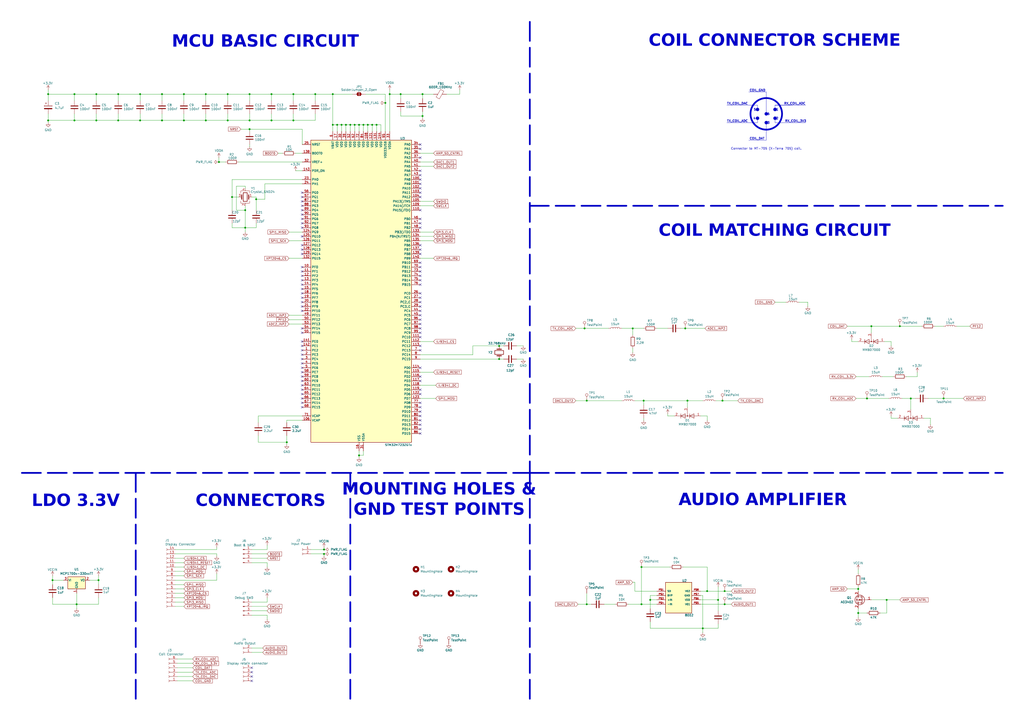
<source format=kicad_sch>
(kicad_sch (version 20231120) (generator "eeschema") (generator_version "8.0")
  (paper "A2")
  (title_block (title "Metal Detector") (date "2024-07-26") (rev "1") (company "Designed by Viktor Sobetskyi"))
  (junction (at 232.41 54.61))
  (junction (at 289.56 200.66))
  (junction (at 132.08 54.61))
  (junction (at 528.32 231.14))
  (junction (at 410.21 342.9))
  (junction (at 213.36 72.39))
  (junction (at 187.96 321.31))
  (junction (at 144.78 74.93))
  (junction (at 193.04 72.39))
  (junction (at 106.68 69.85))
  (junction (at 547.37 231.14))
  (junction (at 193.04 54.61))
  (junction (at 57.15 336.55))
  (junction (at 514.35 347.98))
  (junction (at 170.18 69.85))
  (junction (at 340.36 232.41))
  (junction (at 339.09 190.5))
  (junction (at 416.56 347.98))
  (junction (at 81.28 69.85))
  (junction (at 200.66 72.39))
  (junction (at 157.48 69.85))
  (junction (at 170.18 54.61))
  (junction (at 119.38 69.85))
  (junction (at 420.37 350.52))
  (junction (at 81.28 54.61))
  (junction (at 203.2 72.39))
  (junction (at 218.44 72.39))
  (junction (at 148.59 115.57))
  (junction (at 142.24 132.08))
  (junction (at 372.11 328.93))
  (junction (at 144.78 69.85))
  (junction (at 505.46 189.23))
  (junction (at 68.58 69.85))
  (junction (at 144.78 54.61))
  (junction (at 43.18 69.85))
  (junction (at 166.37 256.54))
  (junction (at 68.58 54.61))
  (junction (at 245.11 54.61))
  (junction (at 55.88 69.85))
  (junction (at 119.38 54.61))
  (junction (at 377.19 347.98))
  (junction (at 142.24 121.92))
  (junction (at 43.18 54.61))
  (junction (at 420.37 342.9))
  (junction (at 93.98 69.85))
  (junction (at 497.84 341.63))
  (junction (at 398.78 232.41))
  (junction (at 208.28 264.16))
  (junction (at 407.67 364.49))
  (junction (at 521.97 189.23))
  (junction (at 208.28 72.39))
  (junction (at 55.88 54.61))
  (junction (at 187.96 318.77))
  (junction (at 27.94 54.61))
  (junction (at 226.06 54.61))
  (junction (at 127 93.98))
  (junction (at 289.56 208.28))
  (junction (at 223.52 59.69))
  (junction (at 30.48 336.55))
  (junction (at 93.98 54.61))
  (junction (at 340.36 350.52))
  (junction (at 27.94 69.85))
  (junction (at 367.03 190.5))
  (junction (at 106.68 54.61))
  (junction (at 372.11 350.52))
  (junction (at 502.92 231.14))
  (junction (at 157.48 54.61))
  (junction (at 397.51 190.5))
  (junction (at 132.08 69.85))
  (junction (at 245.11 67.31))
  (junction (at 210.82 72.39))
  (junction (at 419.1 232.41))
  (junction (at 373.38 232.41))
  (junction (at 215.9 72.39))
  (junction (at 198.12 72.39))
  (junction (at 182.88 54.61))
  (junction (at 497.84 355.6))
  (junction (at 134.62 114.3))
  (junction (at 195.58 72.39))
  (junction (at 205.74 72.39))
  (junction (at 44.45 350.52))
  (no_connect (at 175.26 111.76))
  (no_connect (at 175.26 160.02))
  (no_connect (at 243.84 144.78))
  (no_connect (at 243.84 154.94))
  (no_connect (at 175.26 165.1))
  (no_connect (at 243.84 218.44))
  (no_connect (at 243.84 172.72))
  (no_connect (at 243.84 152.4))
  (no_connect (at 243.84 190.5))
  (no_connect (at 243.84 248.92))
  (no_connect (at 175.26 127))
  (no_connect (at 243.84 127))
  (no_connect (at 175.26 190.5))
  (no_connect (at 243.84 251.46))
  (no_connect (at 146.05 394.97))
  (no_connect (at 243.84 177.8))
  (no_connect (at 175.26 213.36))
  (no_connect (at 175.26 231.14))
  (no_connect (at 243.84 241.3))
  (no_connect (at 243.84 109.22))
  (no_connect (at 175.26 116.84))
  (no_connect (at 243.84 121.92))
  (no_connect (at 243.84 243.84))
  (no_connect (at 175.26 167.64))
  (no_connect (at 175.26 198.12))
  (no_connect (at 243.84 106.68))
  (no_connect (at 175.26 114.3))
  (no_connect (at 243.84 86.36))
  (no_connect (at 243.84 228.6))
  (no_connect (at 175.26 193.04))
  (no_connect (at 243.84 157.48))
  (no_connect (at 175.26 226.06))
  (no_connect (at 175.26 172.72))
  (no_connect (at 243.84 165.1))
  (no_connect (at 175.26 228.6))
  (no_connect (at 243.84 213.36))
  (no_connect (at 243.84 187.96))
  (no_connect (at 175.26 142.24))
  (no_connect (at 175.26 233.68))
  (no_connect (at 243.84 99.06))
  (no_connect (at 175.26 121.92))
  (no_connect (at 146.05 387.35))
  (no_connect (at 175.26 144.78))
  (no_connect (at 243.84 185.42))
  (no_connect (at 243.84 182.88))
  (no_connect (at 243.84 147.32))
  (no_connect (at 175.26 157.48))
  (no_connect (at 243.84 129.54))
  (no_connect (at 243.84 195.58))
  (no_connect (at 175.26 175.26))
  (no_connect (at 243.84 132.08))
  (no_connect (at 175.26 177.8))
  (no_connect (at 243.84 233.68))
  (no_connect (at 243.84 236.22))
  (no_connect (at 175.26 137.16))
  (no_connect (at 243.84 104.14))
  (no_connect (at 243.84 246.38))
  (no_connect (at 175.26 132.08))
  (no_connect (at 175.26 218.44))
  (no_connect (at 243.84 193.04))
  (no_connect (at 243.84 220.98))
  (no_connect (at 175.26 208.28))
  (no_connect (at 146.05 389.89))
  (no_connect (at 243.84 170.18))
  (no_connect (at 243.84 200.66))
  (no_connect (at 243.84 142.24))
  (no_connect (at 175.26 129.54))
  (no_connect (at 243.84 203.2))
  (no_connect (at 175.26 205.74))
  (no_connect (at 243.84 226.06))
  (no_connect (at 243.84 162.56))
  (no_connect (at 175.26 223.52))
  (no_connect (at 175.26 236.22))
  (no_connect (at 243.84 83.82))
  (no_connect (at 243.84 111.76))
  (no_connect (at 175.26 170.18))
  (no_connect (at 243.84 101.6))
  (no_connect (at 175.26 210.82))
  (no_connect (at 175.26 154.94))
  (no_connect (at 175.26 200.66))
  (no_connect (at 175.26 215.9))
  (no_connect (at 175.26 147.32))
  (no_connect (at 175.26 203.2))
  (no_connect (at 175.26 119.38))
  (no_connect (at 243.84 114.3))
  (no_connect (at 175.26 220.98))
  (no_connect (at 243.84 180.34))
  (no_connect (at 175.26 180.34))
  (no_connect (at 175.26 124.46))
  (no_connect (at 243.84 175.26))
  (no_connect (at 146.05 392.43))
  (no_connect (at 243.84 91.44))
  (no_connect (at 175.26 162.56))
  (no_connect (at 243.84 238.76))
  (no_connect (at 243.84 160.02))
  (wire (pts (xy 101.6 351.79) (xy 106.68 351.79)))
  (wire (pts (xy 243.84 96.52) (xy 251.46 96.52)))
  (wire (pts (xy 334.01 190.5) (xy 339.09 190.5)))
  (wire (pts (xy 142.24 121.92) (xy 142.24 132.08)))
  (wire (pts (xy 144.78 69.85) (xy 157.48 69.85)))
  (wire (pts (xy 142.24 132.08) (xy 142.24 134.62)))
  (wire (pts (xy 339.09 190.5) (xy 353.06 190.5)))
  (wire (pts (xy 127 91.44) (xy 127 93.98)))
  (wire (pts (xy 125.73 322.58) (xy 125.73 321.31)))
  (wire (pts (xy 68.58 54.61) (xy 81.28 54.61)))
  (wire (pts (xy 161.29 88.9) (xy 163.83 88.9)))
  (wire (pts (xy 154.94 323.85) (xy 146.05 323.85)))
  (wire (pts (xy 223.52 54.61) (xy 212.09 54.61)))
  (wire (pts (xy 292.1 200.66) (xy 289.56 200.66)))
  (wire (pts (xy 27.94 54.61) (xy 43.18 54.61)))
  (wire (pts (xy 562.61 189.23) (xy 554.99 189.23)))
  (wire (pts (xy 57.15 334.01) (xy 57.15 336.55)))
  (wire (pts (xy 154.94 346.71) (xy 154.94 349.25)))
  (wire (pts (xy 208.28 264.16) (xy 208.28 265.43)))
  (wire (pts (xy 101.6 349.25) (xy 106.68 349.25)))
  (wire (pts (xy 340.36 232.41) (xy 360.68 232.41)))
  (wire (pts (xy 373.38 232.41) (xy 373.38 234.95)))
  (wire (pts (xy 415.29 232.41) (xy 419.1 232.41)))
  (wire (pts (xy 43.18 54.61) (xy 43.18 58.42)))
  (wire (pts (xy 205.74 72.39) (xy 208.28 72.39)))
  (wire (pts (xy 119.38 54.61) (xy 119.38 58.42)))
  (wire (pts (xy 523.24 231.14) (xy 528.32 231.14)))
  (wire (pts (xy 137.16 107.95) (xy 137.16 121.92)))
  (wire (pts (xy 208.28 261.62) (xy 208.28 264.16)))
  (wire (pts (xy 208.28 72.39) (xy 208.28 76.2)))
  (wire (pts (xy 497.84 355.6) (xy 497.84 358.14)))
  (wire (pts (xy 149.86 241.3) (xy 149.86 245.11)))
  (wire (pts (xy 367.03 337.82) (xy 368.3 337.82)))
  (wire (pts (xy 146.05 326.39) (xy 154.94 326.39)))
  (wire (pts (xy 232.41 64.77) (xy 232.41 67.31)))
  (wire (pts (xy 200.66 72.39) (xy 203.2 72.39)))
  (wire (pts (xy 195.58 72.39) (xy 195.58 76.2)))
  (wire (pts (xy 157.48 69.85) (xy 170.18 69.85)))
  (wire (pts (xy 416.56 364.49) (xy 407.67 364.49)))
  (wire (pts (xy 420.37 350.52) (xy 424.18 350.52)))
  (wire (pts (xy 180.34 318.77) (xy 187.96 318.77)))
  (wire (pts (xy 213.36 76.2) (xy 213.36 72.39)))
  (wire (pts (xy 170.18 66.04) (xy 170.18 69.85)))
  (wire (pts (xy 101.6 346.71) (xy 106.68 346.71)))
  (wire (pts (xy 180.34 321.31) (xy 187.96 321.31)))
  (wire (pts (xy 410.21 342.9) (xy 420.37 342.9)))
  (wire (pts (xy 93.98 54.61) (xy 106.68 54.61)))
  (wire (pts (xy 27.94 52.07) (xy 27.94 54.61)))
  (wire (pts (xy 532.13 215.9) (xy 532.13 218.44)))
  (wire (pts (xy 218.44 72.39) (xy 218.44 76.2)))
  (wire (pts (xy 101.6 331.47) (xy 106.68 331.47)))
  (polyline (pts (xy 439.42 68.58) (xy 439.42 71.12)))
  (wire (pts (xy 373.38 232.41) (xy 398.78 232.41)))
  (wire (pts (xy 30.48 334.01) (xy 30.48 336.55)))
  (wire (pts (xy 398.78 232.41) (xy 407.67 232.41)))
  (wire (pts (xy 43.18 66.04) (xy 43.18 69.85)))
  (wire (pts (xy 132.08 69.85) (xy 144.78 69.85)))
  (wire (pts (xy 101.6 334.01) (xy 106.68 334.01)))
  (wire (pts (xy 420.37 342.9) (xy 424.18 342.9)))
  (wire (pts (xy 497.84 330.2) (xy 497.84 332.74)))
  (polyline (pts (xy 449.58 71.12) (xy 459.74 71.12)))
  (wire (pts (xy 334.01 232.41) (xy 340.36 232.41)))
  (wire (pts (xy 139.7 74.93) (xy 144.78 74.93)))
  (wire (pts (xy 368.3 342.9) (xy 381 342.9)))
  (wire (pts (xy 497.84 198.12) (xy 494.03 198.12)))
  (wire (pts (xy 134.62 114.3) (xy 134.62 121.92)))
  (wire (pts (xy 364.49 350.52) (xy 372.11 350.52)))
  (wire (pts (xy 30.48 350.52) (xy 30.48 346.71)))
  (wire (pts (xy 372.11 350.52) (xy 381 350.52)))
  (wire (pts (xy 394.97 190.5) (xy 397.51 190.5)))
  (wire (pts (xy 243.84 88.9) (xy 251.46 88.9)))
  (wire (pts (xy 223.52 76.2) (xy 223.52 59.69)))
  (wire (pts (xy 148.59 115.57) (xy 148.59 121.92)))
  (wire (pts (xy 251.46 93.98) (xy 243.84 93.98)))
  (wire (pts (xy 167.64 185.42) (xy 175.26 185.42)))
  (polyline (pts (xy 421.64 71.12) (xy 426.72 71.12)))
  (wire (pts (xy 193.04 54.61) (xy 204.47 54.61)))
  (wire (pts (xy 210.82 264.16) (xy 210.82 261.62)))
  (wire (pts (xy 170.18 54.61) (xy 170.18 58.42)))
  (polyline (pts (xy 449.58 60.96) (xy 459.74 60.96)))
  (wire (pts (xy 187.96 317.5) (xy 187.96 318.77)))
  (wire (pts (xy 193.04 76.2) (xy 193.04 72.39)))
  (wire (pts (xy 514.35 347.98) (xy 521.97 347.98)))
  (wire (pts (xy 106.68 69.85) (xy 119.38 69.85)))
  (wire (pts (xy 27.94 69.85) (xy 43.18 69.85)))
  (wire (pts (xy 198.12 72.39) (xy 198.12 76.2)))
  (wire (pts (xy 125.73 332.74) (xy 125.73 336.55)))
  (wire (pts (xy 170.18 54.61) (xy 182.88 54.61)))
  (wire (pts (xy 55.88 54.61) (xy 68.58 54.61)))
  (wire (pts (xy 243.84 205.74) (xy 274.32 205.74)))
  (wire (pts (xy 259.08 54.61) (xy 266.7 54.61)))
  (wire (pts (xy 406.4 241.3) (xy 410.21 241.3)))
  (wire (pts (xy 520.7 242.57) (xy 516.89 242.57)))
  (wire (pts (xy 251.46 149.86) (xy 243.84 149.86)))
  (wire (pts (xy 514.35 347.98) (xy 514.35 355.6)))
  (wire (pts (xy 539.75 242.57) (xy 539.75 246.38)))
  (wire (pts (xy 266.7 52.07) (xy 266.7 54.61)))
  (wire (pts (xy 226.06 76.2) (xy 226.06 54.61)))
  (wire (pts (xy 232.41 54.61) (xy 245.11 54.61)))
  (wire (pts (xy 170.18 69.85) (xy 182.88 69.85)))
  (polyline (pts (xy 12.7 274.32) (xy 307.34 274.32)) (stroke (width 1) (type dash)))
  (wire (pts (xy 157.48 54.61) (xy 157.48 58.42)))
  (wire (pts (xy 101.6 318.77) (xy 125.73 318.77)))
  (wire (pts (xy 243.84 215.9) (xy 251.46 215.9)))
  (wire (pts (xy 152.4 378.46) (xy 146.05 378.46)))
  (wire (pts (xy 243.84 198.12) (xy 251.46 198.12)))
  (wire (pts (xy 198.12 72.39) (xy 200.66 72.39)))
  (wire (pts (xy 416.56 340.36) (xy 416.56 347.98)))
  (wire (pts (xy 134.62 104.14) (xy 134.62 114.3)))
  (polyline (pts (xy 439.42 63.5) (xy 439.42 60.96)))
  (wire (pts (xy 203.2 72.39) (xy 205.74 72.39)))
  (wire (pts (xy 350.52 350.52) (xy 356.87 350.52)))
  (wire (pts (xy 505.46 189.23) (xy 521.97 189.23)))
  (wire (pts (xy 528.32 231.14) (xy 528.32 237.49)))
  (wire (pts (xy 502.92 231.14) (xy 515.62 231.14)))
  (polyline (pts (xy 307.34 274.32) (xy 581.66 274.32)) (stroke (width 1) (type dash)))
  (wire (pts (xy 101.6 328.93) (xy 106.68 328.93)))
  (wire (pts (xy 149.86 252.73) (xy 149.86 256.54)))
  (wire (pts (xy 419.1 232.41) (xy 427.99 232.41)))
  (wire (pts (xy 167.64 149.86) (xy 175.26 149.86)))
  (wire (pts (xy 154.94 316.23) (xy 154.94 318.77)))
  (wire (pts (xy 175.26 104.14) (xy 134.62 104.14)))
  (wire (pts (xy 175.26 243.84) (xy 166.37 243.84)))
  (wire (pts (xy 232.41 67.31) (xy 245.11 67.31)))
  (wire (pts (xy 372.11 328.93) (xy 372.11 350.52)))
  (wire (pts (xy 243.84 208.28) (xy 289.56 208.28)))
  (wire (pts (xy 81.28 66.04) (xy 81.28 69.85)))
  (wire (pts (xy 243.84 116.84) (xy 251.46 116.84)))
  (wire (pts (xy 101.6 344.17) (xy 106.68 344.17)))
  (wire (pts (xy 44.45 350.52) (xy 44.45 353.06)))
  (wire (pts (xy 148.59 132.08) (xy 142.24 132.08)))
  (wire (pts (xy 381 345.44) (xy 377.19 345.44)))
  (wire (pts (xy 398.78 232.41) (xy 398.78 236.22)))
  (wire (pts (xy 372.11 328.93) (xy 388.62 328.93)))
  (wire (pts (xy 505.46 189.23) (xy 505.46 193.04)))
  (polyline (pts (xy 457.2 60.96) (xy 459.74 60.96)))
  (wire (pts (xy 138.43 93.98) (xy 175.26 93.98)))
  (wire (pts (xy 195.58 72.39) (xy 198.12 72.39)))
  (wire (pts (xy 55.88 54.61) (xy 55.88 58.42)))
  (wire (pts (xy 182.88 66.04) (xy 182.88 69.85)))
  (wire (pts (xy 407.67 345.44) (xy 407.67 364.49)))
  (wire (pts (xy 142.24 132.08) (xy 134.62 132.08)))
  (wire (pts (xy 111.76 392.43) (xy 102.87 392.43)))
  (wire (pts (xy 243.84 137.16) (xy 251.46 137.16)))
  (wire (pts (xy 203.2 72.39) (xy 203.2 76.2)))
  (wire (pts (xy 154.94 321.31) (xy 146.05 321.31)))
  (polyline (pts (xy 421.64 60.96) (xy 426.72 60.96)))
  (wire (pts (xy 377.19 345.44) (xy 377.19 347.98)))
  (wire (pts (xy 215.9 72.39) (xy 218.44 72.39)))
  (polyline (pts (xy 426.72 60.96) (xy 439.42 60.96)))
  (wire (pts (xy 406.4 347.98) (xy 416.56 347.98)))
  (wire (pts (xy 406.4 345.44) (xy 407.67 345.44)))
  (wire (pts (xy 144.78 83.82) (xy 144.78 85.09)))
  (wire (pts (xy 125.73 318.77) (xy 125.73 317.5)))
  (wire (pts (xy 144.78 74.93) (xy 144.78 76.2)))
  (wire (pts (xy 497.84 355.6) (xy 502.92 355.6)))
  (wire (pts (xy 93.98 69.85) (xy 106.68 69.85)))
  (wire (pts (xy 132.08 54.61) (xy 144.78 54.61)))
  (wire (pts (xy 175.26 241.3) (xy 149.86 241.3)))
  (wire (pts (xy 154.94 326.39) (xy 154.94 328.93)))
  (wire (pts (xy 182.88 54.61) (xy 182.88 58.42)))
  (wire (pts (xy 146.05 318.77) (xy 154.94 318.77)))
  (wire (pts (xy 245.11 54.61) (xy 245.11 57.15)))
  (wire (pts (xy 142.24 107.95) (xy 137.16 107.95)))
  (wire (pts (xy 101.6 339.09) (xy 106.68 339.09)))
  (wire (pts (xy 106.68 66.04) (xy 106.68 69.85)))
  (wire (pts (xy 542.29 189.23) (xy 547.37 189.23)))
  (polyline (pts (xy 449.58 60.96) (xy 457.2 60.96)))
  (wire (pts (xy 367.03 201.93) (xy 367.03 204.47)))
  (wire (pts (xy 44.45 344.17) (xy 44.45 350.52)))
  (wire (pts (xy 205.74 72.39) (xy 205.74 76.2)))
  (wire (pts (xy 496.57 231.14) (xy 502.92 231.14)))
  (wire (pts (xy 243.84 223.52) (xy 252.73 223.52)))
  (wire (pts (xy 119.38 54.61) (xy 132.08 54.61)))
  (wire (pts (xy 274.32 205.74) (xy 274.32 200.66)))
  (wire (pts (xy 166.37 256.54) (xy 166.37 252.73)))
  (wire (pts (xy 391.16 241.3) (xy 387.35 241.3)))
  (wire (pts (xy 303.53 208.28) (xy 299.72 208.28)))
  (wire (pts (xy 154.94 354.33) (xy 146.05 354.33)))
  (wire (pts (xy 532.13 218.44) (xy 525.78 218.44)))
  (wire (pts (xy 171.45 88.9) (xy 175.26 88.9)))
  (wire (pts (xy 148.59 114.3) (xy 148.59 115.57)))
  (wire (pts (xy 68.58 54.61) (xy 68.58 58.42)))
  (wire (pts (xy 528.32 231.14) (xy 530.86 231.14)))
  (wire (pts (xy 125.73 321.31) (xy 101.6 321.31)))
  (polyline (pts (xy 78.74 274.32) (xy 78.74 406.4)) (stroke (width 1) (type dash)))
  (wire (pts (xy 142.24 107.95) (xy 142.24 109.22)))
  (wire (pts (xy 154.94 351.79) (xy 146.05 351.79)))
  (wire (pts (xy 208.28 264.16) (xy 210.82 264.16)))
  (wire (pts (xy 215.9 72.39) (xy 215.9 76.2)))
  (wire (pts (xy 175.26 99.06) (xy 171.45 99.06)))
  (wire (pts (xy 134.62 132.08) (xy 134.62 129.54)))
  (wire (pts (xy 497.84 341.63) (xy 497.84 342.9)))
  (wire (pts (xy 144.78 54.61) (xy 157.48 54.61)))
  (polyline (pts (xy 459.74 60.96) (xy 467.36 60.96)))
  (wire (pts (xy 142.24 121.92) (xy 142.24 119.38)))
  (wire (pts (xy 243.84 134.62) (xy 251.46 134.62)))
  (wire (pts (xy 55.88 66.04) (xy 55.88 69.85)))
  (wire (pts (xy 468.63 175.26) (xy 463.55 175.26)))
  (polyline (pts (xy 307.34 274.32) (xy 307.34 406.4)) (stroke (width 1) (type dash)))
  (wire (pts (xy 513.08 198.12) (xy 516.89 198.12)))
  (wire (pts (xy 373.38 190.5) (xy 367.03 190.5)))
  (wire (pts (xy 368.3 232.41) (xy 373.38 232.41)))
  (wire (pts (xy 377.19 347.98) (xy 377.19 353.06)))
  (wire (pts (xy 102.87 394.97) (xy 111.76 394.97)))
  (wire (pts (xy 167.64 182.88) (xy 175.26 182.88)))
  (wire (pts (xy 175.26 139.7) (xy 167.64 139.7)))
  (wire (pts (xy 547.37 231.14) (xy 558.8 231.14)))
  (wire (pts (xy 516.89 198.12) (xy 516.89 200.66)))
  (wire (pts (xy 416.56 347.98) (xy 416.56 354.33)))
  (wire (pts (xy 68.58 69.85) (xy 81.28 69.85)))
  (wire (pts (xy 274.32 200.66) (xy 289.56 200.66)))
  (wire (pts (xy 368.3 337.82) (xy 368.3 342.9)))
  (wire (pts (xy 226.06 52.07) (xy 226.06 54.61)))
  (wire (pts (xy 144.78 54.61) (xy 144.78 58.42)))
  (wire (pts (xy 44.45 350.52) (xy 57.15 350.52)))
  (wire (pts (xy 43.18 54.61) (xy 55.88 54.61)))
  (wire (pts (xy 167.64 187.96) (xy 175.26 187.96)))
  (wire (pts (xy 505.46 347.98) (xy 514.35 347.98)))
  (polyline (pts (xy 307.34 119.38) (xy 581.66 119.38)) (stroke (width 1) (type dash)))
  (wire (pts (xy 223.52 59.69) (xy 223.52 54.61)))
  (wire (pts (xy 245.11 54.61) (xy 251.46 54.61)))
  (wire (pts (xy 30.48 336.55) (xy 30.48 339.09)))
  (wire (pts (xy 518.16 218.44) (xy 511.81 218.44)))
  (wire (pts (xy 119.38 66.04) (xy 119.38 69.85)))
  (wire (pts (xy 381 190.5) (xy 387.35 190.5)))
  (wire (pts (xy 93.98 54.61) (xy 93.98 58.42)))
  (wire (pts (xy 144.78 74.93) (xy 175.26 74.93)))
  (wire (pts (xy 387.35 240.03) (xy 387.35 241.3)))
  (wire (pts (xy 538.48 231.14) (xy 547.37 231.14)))
  (wire (pts (xy 410.21 328.93) (xy 410.21 342.9)))
  (wire (pts (xy 208.28 72.39) (xy 210.82 72.39)))
  (wire (pts (xy 243.84 139.7) (xy 251.46 139.7)))
  (wire (pts (xy 132.08 66.04) (xy 132.08 69.85)))
  (wire (pts (xy 166.37 256.54) (xy 166.37 257.81)))
  (wire (pts (xy 55.88 69.85) (xy 68.58 69.85)))
  (wire (pts (xy 193.04 72.39) (xy 195.58 72.39)))
  (wire (pts (xy 127 93.98) (xy 130.81 93.98)))
  (wire (pts (xy 27.94 66.04) (xy 27.94 69.85)))
  (wire (pts (xy 232.41 54.61) (xy 232.41 57.15)))
  (wire (pts (xy 175.26 106.68) (xy 153.67 106.68)))
  (wire (pts (xy 449.58 175.26) (xy 455.93 175.26)))
  (wire (pts (xy 101.6 341.63) (xy 106.68 341.63)))
  (polyline (pts (xy 426.72 71.12) (xy 439.42 71.12)))
  (wire (pts (xy 52.07 336.55) (xy 57.15 336.55)))
  (wire (pts (xy 148.59 114.3) (xy 146.05 114.3)))
  (wire (pts (xy 157.48 54.61) (xy 170.18 54.61)))
  (wire (pts (xy 148.59 115.57) (xy 153.67 115.57)))
  (wire (pts (xy 81.28 69.85) (xy 93.98 69.85)))
  (wire (pts (xy 303.53 200.66) (xy 299.72 200.66)))
  (wire (pts (xy 243.84 119.38) (xy 251.46 119.38)))
  (wire (pts (xy 175.26 74.93) (xy 175.26 83.82)))
  (wire (pts (xy 132.08 58.42) (xy 132.08 54.61)))
  (wire (pts (xy 106.68 54.61) (xy 106.68 58.42)))
  (polyline (pts (xy 434.34 53.34) (xy 444.5 53.34)))
  (wire (pts (xy 468.63 175.26) (xy 468.63 177.8)))
  (wire (pts (xy 137.16 121.92) (xy 142.24 121.92)))
  (wire (pts (xy 210.82 72.39) (xy 213.36 72.39)))
  (wire (pts (xy 213.36 72.39) (xy 215.9 72.39)))
  (wire (pts (xy 410.21 342.9) (xy 406.4 342.9)))
  (wire (pts (xy 111.76 382.27) (xy 102.87 382.27)))
  (wire (pts (xy 514.35 355.6) (xy 510.54 355.6)))
  (wire (pts (xy 166.37 243.84) (xy 166.37 245.11)))
  (wire (pts (xy 102.87 384.81) (xy 111.76 384.81)))
  (wire (pts (xy 335.28 350.52) (xy 340.36 350.52)))
  (wire (pts (xy 535.94 242.57) (xy 539.75 242.57)))
  (wire (pts (xy 200.66 72.39) (xy 200.66 76.2)))
  (wire (pts (xy 491.49 189.23) (xy 505.46 189.23)))
  (wire (pts (xy 57.15 336.55) (xy 57.15 339.09)))
  (wire (pts (xy 93.98 66.04) (xy 93.98 69.85)))
  (wire (pts (xy 187.96 321.31) (xy 187.96 322.58)))
  (wire (pts (xy 153.67 106.68) (xy 153.67 115.57)))
  (wire (pts (xy 397.51 190.5) (xy 408.94 190.5)))
  (wire (pts (xy 521.97 189.23) (xy 534.67 189.23)))
  (wire (pts (xy 119.38 69.85) (xy 132.08 69.85)))
  (wire (pts (xy 496.57 218.44) (xy 504.19 218.44)))
  (wire (pts (xy 146.05 349.25) (xy 154.94 349.25)))
  (wire (pts (xy 148.59 129.54) (xy 148.59 132.08)))
  (wire (pts (xy 410.21 241.3) (xy 410.21 243.84)))
  (wire (pts (xy 134.62 114.3) (xy 138.43 114.3)))
  (wire (pts (xy 292.1 208.28) (xy 289.56 208.28)))
  (wire (pts (xy 146.05 356.87) (xy 154.94 356.87)))
  (wire (pts (xy 152.4 375.92) (xy 146.05 375.92)))
  (polyline (pts (xy 444.5 71.12) (xy 444.5 81.28)))
  (wire (pts (xy 81.28 54.61) (xy 93.98 54.61)))
  (wire (pts (xy 154.94 356.87) (xy 154.94 359.41)))
  (wire (pts (xy 340.36 350.52) (xy 342.9 350.52)))
  (wire (pts (xy 144.78 66.04) (xy 144.78 69.85)))
  (wire (pts (xy 491.49 341.63) (xy 497.84 341.63)))
  (wire (pts (xy 367.03 190.5) (xy 367.03 194.31)))
  (polyline (pts (xy 444.5 53.34) (xy 444.5 66.04)))
  (wire (pts (xy 111.76 387.35) (xy 102.87 387.35)))
  (polyline (pts (xy 449.58 63.5) (xy 449.58 60.96)))
  (wire (pts (xy 377.19 364.49) (xy 407.67 364.49)))
  (polyline (pts (xy 307.34 12.7) (xy 307.34 274.32)) (stroke (width 1) (type dash)))
  (wire (pts (xy 516.89 241.3) (xy 516.89 242.57)))
  (polyline (pts (xy 434.34 81.28) (xy 444.5 81.28)))
  (polyline (pts (xy 459.74 71.12) (xy 467.36 71.12)))
  (wire (pts (xy 360.68 190.5) (xy 367.03 190.5)))
  (wire (pts (xy 193.04 54.61) (xy 193.04 72.39)))
  (wire (pts (xy 111.76 389.89) (xy 102.87 389.89)))
  (polyline (pts (xy 203.2 274.32) (xy 203.2 406.4)) (stroke (width 1) (type dash)))
  (wire (pts (xy 407.67 364.49) (xy 407.67 367.03)))
  (wire (pts (xy 57.15 346.71) (xy 57.15 350.52)))
  (wire (pts (xy 497.84 353.06) (xy 497.84 355.6)))
  (wire (pts (xy 182.88 54.61) (xy 193.04 54.61)))
  (wire (pts (xy 101.6 323.85) (xy 106.68 323.85)))
  (wire (pts (xy 27.94 69.85) (xy 27.94 71.12)))
  (wire (pts (xy 377.19 347.98) (xy 381 347.98)))
  (wire (pts (xy 220.98 76.2) (xy 220.98 72.39)))
  (wire (pts (xy 30.48 350.52) (xy 44.45 350.52)))
  (wire (pts (xy 406.4 350.52) (xy 420.37 350.52)))
  (wire (pts (xy 396.24 328.93) (xy 410.21 328.93)))
  (wire (pts (xy 416.56 361.95) (xy 416.56 364.49)))
  (wire (pts (xy 68.58 66.04) (xy 68.58 69.85)))
  (polyline (pts (xy 449.58 68.58) (xy 449.58 71.12)))
  (wire (pts (xy 377.19 360.68) (xy 377.19 364.49)))
  (wire (pts (xy 167.64 134.62) (xy 175.26 134.62)))
  (wire (pts (xy 101.6 336.55) (xy 125.73 336.55)))
  (wire (pts (xy 220.98 72.39) (xy 218.44 72.39)))
  (wire (pts (xy 373.38 242.57) (xy 373.38 243.84)))
  (wire (pts (xy 243.84 231.14) (xy 252.73 231.14)))
  (wire (pts (xy 226.06 54.61) (xy 232.41 54.61)))
  (wire (pts (xy 245.11 67.31) (xy 245.11 68.58)))
  (wire (pts (xy 106.68 54.61) (xy 119.38 54.61)))
  (wire (pts (xy 157.48 66.04) (xy 157.48 69.85)))
  (wire (pts (xy 245.11 67.31) (xy 245.11 64.77)))
  (wire (pts (xy 497.84 340.36) (xy 497.84 341.63)))
  (wire (pts (xy 340.36 344.17) (xy 340.36 350.52)))
  (wire (pts (xy 149.86 256.54) (xy 166.37 256.54)))
  (wire (pts (xy 101.6 326.39) (xy 106.68 326.39)))
  (wire (pts (xy 27.94 58.42) (xy 27.94 54.61)))
  (wire (pts (xy 81.28 54.61) (xy 81.28 58.42)))
  (wire (pts (xy 30.48 336.55) (xy 36.83 336.55)))
  (wire (pts (xy 494.03 196.85) (xy 494.03 198.12)))
  (wire (pts (xy 43.18 69.85) (xy 55.88 69.85)))
  (wire (pts (xy 210.82 76.2) (xy 210.82 72.39)))
  (circle (center 444.5 66.04) (radius 9.1581) (stroke (width 1)))
  (circle (center 439.42 68.58) (radius 0.0001) (stroke (width 1)))
  (circle (center 444.5 66.04) (radius 0.0001) (stroke (width 1)))
  (circle (center 449.58 68.58) (radius 0.0001) (stroke (width 1)))
  (circle (center 439.42 63.5) (radius 0.0001) (stroke (width 1)))
  (circle (center 444.5 71.12) (radius 0.0001) (stroke (width 1)))
  (circle (center 449.58 63.5) (radius 0.0001) (stroke (width 1)))
  (text "COIL MATCHING CIRCUIT" (at 449.326 135.89 0) (effects (font (size 7 7) (bold yes))))
  (text "TX_COIL_DAC" (at 427.736 60.198 0) (effects (font (size 1.27 1.27) (thickness 0.254) (bold yes))))
  (text "COIL_GND" (at 439.42 52.578 0) (effects (font (size 1.27 1.27) (bold yes))))
  (text "AUDIO AMPLIFIER" (at 442.468 292.1 0) (effects (font (size 7 7) (bold yes))))
  (text "3" (at 445.77 71.374 0) (effects (font (size 1.27 1.27) (bold yes))))
  (text "COIL CONNECTOR SCHEME" (at 449.326 25.654 0) (effects (font (size 7 7) (bold yes))))
  (text "1" (at 450.85 63.754 0) (effects (font (size 1.27 1.27) (bold yes))))
  (text "5" (at 437.896 63.754 0) (effects (font (size 1.27 1.27) (bold yes))))
  (text "RX_COIL_3V3" (at 461.518 70.358 0) (effects (font (size 1.27 1.27) (bold yes))))
  (text "4" (at 437.642 68.834 0) (effects (font (size 1.27 1.27) (bold yes))))
  (text "6" (at 445.77 66.294 0) (effects (font (size 1.27 1.27) (bold yes))))
  (text "RX_COIL_ADC" (at 461.01 60.198 0) (effects (font (size 1.27 1.27) (bold yes))))
  (text "COIL_DAT" (at 439.166 80.518 0) (effects (font (size 1.27 1.27) (bold yes))))
  (text "TX_COIL_ADC" (at 427.736 70.358 0) (effects (font (size 1.27 1.27) (thickness 0.254) (bold yes))))
  (text "MCU BASIC CIRCUIT" (at 153.924 26.162 0) (effects (font (size 7 7) (thickness 0.4) (bold yes))))
  (text "CONNECTORS" (at 151.13 292.608 0) (effects (font (size 7 7) (bold yes))))
  (text "Connector to MT-705 (X-Terra 705) coil." (at 444.5 86.36 0) (effects (font (size 1.27 1.27))))
  (text "2" (at 450.85 68.834 0) (effects (font (size 1.27 1.27) (bold yes))))
  (text "MOUNTING HOLES &\nGND TEST POINTS" (at 254.762 291.846 0) (effects (font (size 7 7) (bold yes))))
  (text "LDO 3.3V" (at 43.942 292.608 0) (effects (font (size 7 7) (bold yes))))
  (global_label "XPT2046_CS" (shape input) (at 167.64 149.86 180) (property "Intersheetrefs" "${INTERSHEET_REFS}" (effects (hide yes))))
  (global_label "ADC1_INP2" (shape input) (at 408.94 190.5 0) (property "Intersheetrefs" "${INTERSHEET_REFS}" (effects (hide yes))))
  (global_label "TX_COIL_ADC" (shape input) (at 111.76 389.89 0) (property "Intersheetrefs" "${INTERSHEET_REFS}" (effects (hide yes))))
  (global_label "SPI1_MOSI" (shape input) (at 106.68 331.47 0) (property "Intersheetrefs" "${INTERSHEET_REFS}" (effects (hide yes))))
  (global_label "ILI9341_CS" (shape input) (at 106.68 323.85 0) (property "Intersheetrefs" "${INTERSHEET_REFS}" (effects (hide yes))))
  (global_label "SPI1_MOSI" (shape input) (at 252.73 231.14 0) (property "Intersheetrefs" "${INTERSHEET_REFS}" (effects (hide yes))))
  (global_label "SPI1_SCK" (shape input) (at 106.68 334.01 0) (property "Intersheetrefs" "${INTERSHEET_REFS}" (effects (hide yes))))
  (global_label "SPI1_MISO" (shape input) (at 106.68 339.09 0) (property "Intersheetrefs" "${INTERSHEET_REFS}" (effects (hide yes))))
  (global_label "RX_COIL_ADC" (shape input) (at 111.76 382.27 0) (property "Intersheetrefs" "${INTERSHEET_REFS}" (effects (hide yes))))
  (global_label "TX_COIL_ADC" (shape input) (at 334.01 190.5 180) (property "Intersheetrefs" "${INTERSHEET_REFS}" (effects (hide yes))))
  (global_label "AMP_SD_CNTRL" (shape input) (at 521.97 347.98 0) (property "Intersheetrefs" "${INTERSHEET_REFS}" (effects (hide yes))))
  (global_label "XPT2046_CS" (shape input) (at 106.68 344.17 0) (property "Intersheetrefs" "${INTERSHEET_REFS}" (effects (hide yes))))
  (global_label "RX_COIL_3.3V" (shape input) (at 496.57 218.44 180) (property "Intersheetrefs" "${INTERSHEET_REFS}" (effects (hide yes))))
  (global_label "ADC1_INP2" (shape input) (at 167.64 182.88 180) (property "Intersheetrefs" "${INTERSHEET_REFS}" (effects (hide yes))))
  (global_label "SPI3_CLK" (shape input) (at 251.46 134.62 0) (property "Intersheetrefs" "${INTERSHEET_REFS}" (effects (hide yes))))
  (global_label "RX_COIL_3.3V" (shape input) (at 111.76 384.81 0) (property "Intersheetrefs" "${INTERSHEET_REFS}" (effects (hide yes))))
  (global_label "COIL_GND" (shape input) (at 111.76 394.97 0) (property "Intersheetrefs" "${INTERSHEET_REFS}" (effects (hide yes))))
  (global_label "TX_COIL_DAC" (shape input) (at 111.76 392.43 0) (property "Intersheetrefs" "${INTERSHEET_REFS}" (effects (hide yes))))
  (global_label "DAC1_OUT2" (shape input) (at 334.01 232.41 180) (property "Intersheetrefs" "${INTERSHEET_REFS}" (effects (hide yes))))
  (global_label "TX_COIL_DAC" (shape input) (at 427.99 232.41 0) (property "Intersheetrefs" "${INTERSHEET_REFS}" (effects (hide yes))))
  (global_label "DAC1_OUT1" (shape input) (at 335.28 350.52 180) (property "Intersheetrefs" "${INTERSHEET_REFS}" (effects (hide yes))))
  (global_label "AUDIO_OUT1" (shape input) (at 152.4 378.46 0) (property "Intersheetrefs" "${INTERSHEET_REFS}" (effects (hide yes))))
  (global_label "AMP_SD_CNTRL" (shape input) (at 251.46 88.9 0) (property "Intersheetrefs" "${INTERSHEET_REFS}" (effects (hide yes))))
  (global_label "AUDIO_OUT2" (shape input) (at 152.4 375.92 0) (property "Intersheetrefs" "${INTERSHEET_REFS}" (effects (hide yes))))
  (global_label "ILI9341_RESET" (shape input) (at 251.46 215.9 0) (property "Intersheetrefs" "${INTERSHEET_REFS}" (effects (hide yes))))
  (global_label "SPI1_SCK" (shape input) (at 167.64 139.7 180) (property "Intersheetrefs" "${INTERSHEET_REFS}" (effects (hide yes))))
  (global_label "ILI9341_DC" (shape input) (at 106.68 328.93 0) (property "Intersheetrefs" "${INTERSHEET_REFS}" (effects (hide yes))))
  (global_label "SPI1_MISO" (shape input) (at 167.64 134.62 180) (property "Intersheetrefs" "${INTERSHEET_REFS}" (effects (hide yes))))
  (global_label "BOOT0" (shape input) (at 161.29 88.9 180) (property "Intersheetrefs" "${INTERSHEET_REFS}" (effects (hide yes))))
  (global_label "DAC1_OUT1" (shape input) (at 251.46 93.98 0) (property "Intersheetrefs" "${INTERSHEET_REFS}" (effects (hide yes))))
  (global_label "SWCLK" (shape input) (at 251.46 119.38 0) (property "Intersheetrefs" "${INTERSHEET_REFS}" (effects (hide yes))))
  (global_label "COIL_DAT" (shape input) (at 111.76 387.35 0) (property "Intersheetrefs" "${INTERSHEET_REFS}" (effects (hide yes))))
  (global_label "RX_COIL_ADC" (shape input) (at 496.57 231.14 180) (property "Intersheetrefs" "${INTERSHEET_REFS}" (effects (hide yes))))
  (global_label "PF12" (shape input) (at 562.61 189.23 0) (property "Intersheetrefs" "${INTERSHEET_REFS}" (effects (hide yes))))
  (global_label "NRST" (shape input) (at 154.94 323.85 0) (property "Intersheetrefs" "${INTERSHEET_REFS}" (effects (hide yes))))
  (global_label "ADC2_INP2" (shape input) (at 558.8 231.14 0) (property "Intersheetrefs" "${INTERSHEET_REFS}" (effects (hide yes))))
  (global_label "DAC1_OUT2" (shape input) (at 251.46 96.52 0) (property "Intersheetrefs" "${INTERSHEET_REFS}" (effects (hide yes))))
  (global_label "AMP_SD" (shape input) (at 491.49 341.63 180) (property "Intersheetrefs" "${INTERSHEET_REFS}" (effects (hide yes))))
  (global_label "AUDIO_OUT1" (shape input) (at 424.18 350.52 0) (property "Intersheetrefs" "${INTERSHEET_REFS}" (effects (hide yes))))
  (global_label "ILI9341_CS" (shape input) (at 251.46 198.12 0) (property "Intersheetrefs" "${INTERSHEET_REFS}" (effects (hide yes))))
  (global_label "SPI3_MOSI" (shape input) (at 106.68 346.71 0) (property "Intersheetrefs" "${INTERSHEET_REFS}" (effects (hide yes))))
  (global_label "COIL_GND" (shape input) (at 449.58 175.26 180) (property "Intersheetrefs" "${INTERSHEET_REFS}" (effects (hide yes))))
  (global_label "PF12" (shape input) (at 167.64 185.42 180) (property "Intersheetrefs" "${INTERSHEET_REFS}" (effects (hide yes))))
  (global_label "ADC2_INP2" (shape input) (at 167.64 187.96 180) (property "Intersheetrefs" "${INTERSHEET_REFS}" (effects (hide yes))))
  (global_label "SPI3_CLK" (shape input) (at 106.68 341.63 0) (property "Intersheetrefs" "${INTERSHEET_REFS}" (effects (hide yes))))
  (global_label "NRST" (shape input) (at 139.7 74.93 180) (property "Intersheetrefs" "${INTERSHEET_REFS}" (effects (hide yes))))
  (global_label "BOOT0" (shape input) (at 154.94 321.31 0) (property "Intersheetrefs" "${INTERSHEET_REFS}" (effects (hide yes))))
  (global_label "SPI3_MISO" (shape input) (at 251.46 137.16 0) (property "Intersheetrefs" "${INTERSHEET_REFS}" (effects (hide yes))))
  (global_label "COIL_DAT" (shape input) (at 491.49 189.23 180) (property "Intersheetrefs" "${INTERSHEET_REFS}" (effects (hide yes))))
  (global_label "SWDIO" (shape input) (at 251.46 116.84 0) (property "Intersheetrefs" "${INTERSHEET_REFS}" (effects (hide yes))))
  (global_label "XPT2046_IRQ" (shape input) (at 106.68 351.79 0) (property "Intersheetrefs" "${INTERSHEET_REFS}" (effects (hide yes))))
  (global_label "SWCLK" (shape input) (at 154.94 351.79 0) (property "Intersheetrefs" "${INTERSHEET_REFS}" (effects (hide yes))))
  (global_label "XPT2046_IRQ" (shape input) (at 251.46 149.86 0) (property "Intersheetrefs" "${INTERSHEET_REFS}" (effects (hide yes))))
  (global_label "ILI9341_RESET" (shape input) (at 106.68 326.39 0) (property "Intersheetrefs" "${INTERSHEET_REFS}" (effects (hide yes))))
  (global_label "SPI3_MOSI" (shape input) (at 251.46 139.7 0) (property "Intersheetrefs" "${INTERSHEET_REFS}" (effects (hide yes))))
  (global_label "AMP_SD" (shape input) (at 367.03 337.82 180) (property "Intersheetrefs" "${INTERSHEET_REFS}" (effects (hide yes))))
  (global_label "SWDIO" (shape input) (at 154.94 354.33 0) (property "Intersheetrefs" "${INTERSHEET_REFS}" (effects (hide yes))))
  (global_label "ILI9341_DC" (shape input) (at 252.73 223.52 0) (property "Intersheetrefs" "${INTERSHEET_REFS}" (effects (hide yes))))
  (global_label "AUDIO_OUT2" (shape input) (at 424.18 342.9 0) (property "Intersheetrefs" "${INTERSHEET_REFS}" (effects (hide yes))))
  (global_label "SPI3_MISO" (shape input) (at 106.68 349.25 0) (property "Intersheetrefs" "${INTERSHEET_REFS}" (effects (hide yes))))
  (symbol (lib_id "power:+3.3V") (at 532.13 215.9 0) (unit 1)
    (property "Reference" "#PWR014" (effects (hide yes)))
    (property "Value" "+3.3V" (at 531.876 212.09 0))
    (property "Description" "Power symbol creates a global label with name \"+3.3V\"" (effects (hide yes)))
  )
  (symbol (lib_id "Device:Crystal") (at 289.56 204.47 90) (mirror x) (unit 1)
    (property "Reference" "Y2" (at 285.75 204.47 90) (effects (justify left)))
    (property "Value" "32.768kHz" (at 293.37 199.136 90) (effects (justify left)))
    (property "Footprint" "Crystal:Crystal_SMD_3215-2Pin_3.2x1.5mm" (effects (hide yes)))
    (property "Description" "Two pin crystal" (effects (hide yes)))
  )
  (symbol (lib_id "Device:C") (at 134.62 125.73 180) (unit 1)
    (property "Reference" "C20" (at 138.43 123.19 0) (effects (justify left)))
    (property "Value" "12pF" (at 139.7 128.27 0) (effects (justify left)))
    (property "Footprint" "Capacitor_SMD:C_0603_1608Metric" (effects (hide yes)))
    (property "Description" "Unpolarized capacitor" (effects (hide yes)))
  )
  (symbol (lib_id "Device:R") (at 167.64 88.9 90) (unit 1)
    (property "Reference" "R1" (at 167.894 85.09 90))
    (property "Value" "10K" (at 167.64 86.868 90))
    (property "Footprint" "Resistor_SMD:R_0603_1608Metric" (effects (hide yes)))
    (property "Description" "Resistor" (effects (hide yes)))
  )
  (symbol (lib_id "Device:L") (at 551.18 189.23 270) (mirror x) (unit 1)
    (property "Reference" "L4" (at 551.18 185.166 90))
    (property "Value" "15uH" (at 551.18 187.198 90))
    (property "Footprint" "Inductor_SMD:L_0603_1608Metric" (effects (hide yes)))
    (property "Description" "Inductor" (effects (hide yes)))
  )
  (symbol (lib_id "Device:R") (at 538.48 189.23 270) (mirror x) (unit 1)
    (property "Reference" "R6" (at 538.734 184.912 90))
    (property "Value" "100R" (at 538.226 186.944 90))
    (property "Footprint" "Resistor_SMD:R_0603_1608Metric" (effects (hide yes)))
    (property "Description" "Resistor" (effects (hide yes)))
  )
  (symbol (lib_id "Connector:TestPoint") (at 420.37 342.9 0) (unit 1)
    (property "Reference" "TP4" (at 421.386 337.566 0) (effects (justify left)))
    (property "Value" "TestPoint" (at 421.386 339.598 0) (effects (justify left)))
    (property "Footprint" "TestPoint:TestPoint_Loop_D1.80mm_Drill1.0mm_Beaded" (effects (hide yes)))
    (property "Description" "test point" (effects (hide yes)))
  )
  (symbol (lib_id "Device:L") (at 364.49 232.41 90) (unit 1)
    (property "Reference" "L1" (at 364.49 227.33 90))
    (property "Value" "15uH" (at 364.49 229.87 90))
    (property "Footprint" "Inductor_SMD:L_0603_1608Metric" (effects (hide yes)))
    (property "Description" "Inductor" (effects (hide yes)))
  )
  (symbol (lib_id "Mechanical:MountingHole") (at 241.3 330.2 0) (unit 1) (exclude_from_sim yes) (in_bom no)
    (property "Reference" "H1" (at 243.84 328.9299 0) (effects (justify left)))
    (property "Value" "MountingHole" (at 243.84 331.4699 0) (effects (justify left)))
    (property "Footprint" "MountingHole:MountingHole_2.7mm_M2.5_ISO7380" (effects (hide yes)))
    (property "Description" "Mounting Hole without connection" (effects (hide yes)))
  )
  (symbol (lib_id "Device:C") (at 373.38 238.76 0) (unit 1)
    (property "Reference" "C17" (at 376.174 237.49 0) (effects (justify left)))
    (property "Value" "47nF" (at 376.428 239.776 0) (effects (justify left)))
    (property "Footprint" "Capacitor_SMD:C_0603_1608Metric" (effects (hide yes)))
    (property "Description" "Unpolarized capacitor" (effects (hide yes)))
  )
  (symbol (lib_id "Device:C") (at 81.28 62.23 0) (unit 1)
    (property "Reference" "C7" (at 84.328 60.96 0) (effects (justify left)))
    (property "Value" "100nF" (at 84.328 63.246 0) (effects (justify left)))
    (property "Footprint" "Capacitor_SMD:C_0603_1608Metric" (effects (hide yes)))
    (property "Description" "Unpolarized capacitor" (effects (hide yes)))
  )
  (symbol (lib_id "Transistor_FET:AO3400A") (at 500.38 347.98 0) (mirror y) (unit 1)
    (property "Reference" "Q1" (at 494.03 346.7099 0) (effects (justify left)))
    (property "Value" "AO3402" (at 495.046 349.25 0) (effects (justify left)))
    (property "Footprint" "Package_TO_SOT_SMD:SOT-23" (effects (hide yes)))
    (property "Datasheet" "http://www.aosmd.com/pdfs/datasheet/AO3400A.pdf" (effects (hide yes)))
    (property "Description" "30V Vds, 5.7A Id, N-Channel MOSFET, SOT-23" (effects (hide yes)))
  )
  (symbol (lib_id "power:GND") (at 367.03 204.47 0) (unit 1)
    (property "Reference" "#PWR027" (effects (hide yes)))
    (property "Value" "GND" (at 367.03 208.788 0))
    (property "Description" "Power symbol creates a global label with name \"GND\" , ground" (effects (hide yes)))
  )
  (symbol (lib_id "power:VCC") (at 187.96 317.5 0) (unit 1)
    (property "Reference" "#PWR025" (effects (hide yes)))
    (property "Value" "VCCIN" (at 187.96 313.944 0))
    (property "Description" "Power symbol creates a global label with name \"VCC\"" (effects (hide yes)))
  )
  (symbol (lib_id "power:GND") (at 187.96 322.58 0) (unit 1)
    (property "Reference" "#PWR026" (effects (hide yes)))
    (property "Value" "GND" (at 187.96 326.39 0))
    (property "Description" "Power symbol creates a global label with name \"GND\" , ground" (effects (hide yes)))
  )
  (symbol (lib_id "Device:R") (at 134.62 93.98 90) (unit 1)
    (property "Reference" "R2" (at 134.366 89.662 90))
    (property "Value" "100R" (at 134.874 91.694 90))
    (property "Footprint" "Resistor_SMD:R_0603_1608Metric" (effects (hide yes)))
    (property "Description" "Resistor" (effects (hide yes)))
  )
  (symbol (lib_id "Device:R") (at 377.19 190.5 90) (unit 1)
    (property "Reference" "R7" (at 376.936 186.182 90))
    (property "Value" "100R" (at 377.444 188.214 90))
    (property "Footprint" "Resistor_SMD:R_0603_1608Metric" (effects (hide yes)))
    (property "Description" "Resistor" (effects (hide yes)))
  )
  (symbol (lib_id "Connector:Conn_01x02_Socket") (at 140.97 378.46 180) (unit 1)
    (property "Reference" "J4" (at 141.605 370.84 0))
    (property "Value" "Audio Output" (at 141.986 373.126 0))
    (property "Footprint" "Connector_JST:JST_XH_S2B-XH-A_1x02_P2.50mm_Horizontal" (effects (hide yes)))
    (property "Description" "Generic connector, single row, 01x02, script generated" (effects (hide yes)))
  )
  (symbol (lib_id "Connector:Conn_01x04_Pin") (at 140.97 321.31 0) (unit 1)
    (property "Reference" "J6" (at 141.605 313.69 0))
    (property "Value" "Boot & NRST" (at 141.986 316.23 0))
    (property "Footprint" "Connector_PinHeader_2.54mm:PinHeader_1x04_P2.54mm_Vertical" (effects (hide yes)))
    (property "Description" "Generic connector, single row, 01x04, script generated" (effects (hide yes)))
  )
  (symbol (lib_id "power:VDDA") (at 127 91.44 0) (mirror y) (unit 1)
    (property "Reference" "#PWR012" (effects (hide yes)))
    (property "Value" "VDDA" (at 127 87.376 0))
    (property "Description" "Power symbol creates a global label with name \"VDDA\"" (effects (hide yes)))
  )
  (symbol (lib_id "Device:C") (at 68.58 62.23 0) (unit 1)
    (property "Reference" "C6" (at 71.628 60.96 0) (effects (justify left)))
    (property "Value" "100nF" (at 71.628 63.246 0) (effects (justify left)))
    (property "Footprint" "Capacitor_SMD:C_0603_1608Metric" (effects (hide yes)))
    (property "Description" "Unpolarized capacitor" (effects (hide yes)))
  )
  (symbol (lib_id "Connector:TestPoint") (at 340.36 232.41 0) (unit 1)
    (property "Reference" "TP1" (at 341.63 227.838 0) (effects (justify left)))
    (property "Value" "TestPoint" (at 341.63 230.378 0) (effects (justify left)))
    (property "Footprint" "TestPoint:TestPoint_Loop_D1.80mm_Drill1.0mm_Beaded" (effects (hide yes)))
    (property "Description" "test point" (effects (hide yes)))
  )
  (symbol (lib_id "power:VCC") (at 497.84 330.2 0) (unit 1)
    (property "Reference" "#PWR024" (effects (hide yes)))
    (property "Value" "VCCIN" (at 497.84 326.644 0))
    (property "Description" "Power symbol creates a global label with name \"VCC\"" (effects (hide yes)))
  )
  (symbol (lib_id "power:GND") (at 260.35 373.38 0) (unit 1)
    (property "Reference" "#PWR038" (effects (hide yes)))
    (property "Value" "GND" (at 260.35 377.19 0))
    (property "Description" "Power symbol creates a global label with name \"GND\" , ground" (effects (hide yes)))
  )
  (symbol (lib_id "power:GND") (at 539.75 246.38 0) (unit 1)
    (property "Reference" "#PWR032" (effects (hide yes)))
    (property "Value" "GND" (at 539.75 250.19 0))
    (property "Description" "Power symbol creates a global label with name \"GND\" , ground" (effects (hide yes)))
  )
  (symbol (lib_id "power:VCC") (at 416.56 340.36 0) (unit 1)
    (property "Reference" "#PWR018" (effects (hide yes)))
    (property "Value" "VCCIN" (at 416.56 336.804 0))
    (property "Description" "Power symbol creates a global label with name \"VCC\"" (effects (hide yes)))
  )
  (symbol (lib_id "Device:L") (at 459.74 175.26 90) (unit 1)
    (property "Reference" "L7" (at 457.454 171.45 90) (effects (justify right)))
    (property "Value" "15uH" (at 457.454 173.482 90) (effects (justify right)))
    (property "Footprint" "Inductor_SMD:L_0603_1608Metric" (effects (hide yes)))
    (property "Description" "Inductor" (effects (hide yes)))
  )
  (symbol (lib_id "power:+3.3V") (at 266.7 52.07 0) (unit 1)
    (property "Reference" "#PWR03" (effects (hide yes)))
    (property "Value" "+3.3V" (at 266.446 48.26 0))
    (property "Description" "Power symbol creates a global label with name \"+3.3V\"" (effects (hide yes)))
  )
  (symbol (lib_id "Device:L") (at 411.48 232.41 90) (unit 1)
    (property "Reference" "L2" (at 411.48 227.33 90))
    (property "Value" "15uH" (at 411.48 229.87 90))
    (property "Footprint" "Inductor_SMD:L_0603_1608Metric" (effects (hide yes)))
    (property "Description" "Inductor" (effects (hide yes)))
  )
  (symbol (lib_id "Device:C") (at 416.56 358.14 180) (unit 1)
    (property "Reference" "C24" (at 423.164 356.87 0) (effects (justify left)))
    (property "Value" "1uF" (at 422.91 358.902 0) (effects (justify left)))
    (property "Footprint" "Capacitor_SMD:C_0805_2012Metric" (effects (hide yes)))
    (property "Description" "Unpolarized capacitor" (effects (hide yes)))
  )
  (symbol (lib_id "power:+3.3V") (at 125.73 332.74 0) (unit 1)
    (property "Reference" "#PWR020" (effects (hide yes)))
    (property "Value" "+3.3V" (at 125.476 328.93 0))
    (property "Description" "Power symbol creates a global label with name \"+3.3V\"" (effects (hide yes)))
  )
  (symbol (lib_id "power:PWR_FLAG") (at 187.96 318.77 270) (unit 1)
    (property "Reference" "#FLG03" (effects (hide yes)))
    (property "Value" "PWR_FLAG" (at 191.77 318.7699 90) (effects (justify left)))
    (property "Description" "Special symbol for telling ERC where power comes from" (effects (hide yes)))
  )
  (symbol (lib_id "Device:FerriteBead") (at 255.27 54.61 90) (unit 1)
    (property "Reference" "FB1" (at 255.778 48.514 90))
    (property "Value" "600R_100MHz" (at 255.524 50.546 90))
    (property "Footprint" "Resistor_SMD:R_0603_1608Metric" (effects (hide yes)))
    (property "Description" "Ferrite bead" (effects (hide yes)))
  )
  (symbol (lib_id "power:PWR_FLAG") (at 127 93.98 90) (unit 1)
    (property "Reference" "#FLG02" (effects (hide yes)))
    (property "Value" "PWR_FLAG" (at 123.19 93.9799 90) (effects (justify left)))
    (property "Description" "Special symbol for telling ERC where power comes from" (effects (hide yes)))
  )
  (symbol (lib_id "Connector:Conn_01x04_Pin") (at 140.97 351.79 0) (unit 1)
    (property "Reference" "J7" (at 141.605 344.17 0))
    (property "Value" "Debug SWD" (at 141.605 346.71 0))
    (property "Footprint" "Connector_PinHeader_2.54mm:PinHeader_1x04_P2.54mm_Horizontal" (effects (hide yes)))
    (property "Description" "Generic connector, single row, 01x04, script generated" (effects (hide yes)))
  )
  (symbol (lib_id "power:VCC") (at 30.48 334.01 0) (unit 1)
    (property "Reference" "#PWR010" (effects (hide yes)))
    (property "Value" "VCCIN" (at 30.48 330.454 0))
    (property "Description" "Power symbol creates a global label with name \"VCC\"" (effects (hide yes)))
  )
  (symbol (lib_id "Device:C") (at 93.98 62.23 0) (unit 1)
    (property "Reference" "C8" (at 97.028 60.96 0) (effects (justify left)))
    (property "Value" "100nF" (at 97.028 63.246 0) (effects (justify left)))
    (property "Footprint" "Capacitor_SMD:C_0603_1608Metric" (effects (hide yes)))
    (property "Description" "Unpolarized capacitor" (effects (hide yes)))
  )
  (symbol (lib_id "Mechanical:MountingHole") (at 241.3 344.17 0) (unit 1) (exclude_from_sim yes) (in_bom no)
    (property "Reference" "H3" (at 243.84 342.8999 0) (effects (justify left)))
    (property "Value" "MountingHole" (at 243.84 345.4399 0) (effects (justify left)))
    (property "Footprint" "MountingHole:MountingHole_2.7mm_M2.5_ISO7380" (effects (hide yes)))
    (property "Description" "Mounting Hole without connection" (effects (hide yes)))
  )
  (symbol (lib_id "power:GND") (at 44.45 353.06 0) (unit 1)
    (property "Reference" "#PWR015" (effects (hide yes)))
    (property "Value" "GND" (at 44.45 356.87 0))
    (property "Description" "Power symbol creates a global label with name \"GND\" , ground" (effects (hide yes)))
  )
  (symbol (lib_id "power:GND") (at 166.37 257.81 0) (unit 1)
    (property "Reference" "#PWR034" (effects (hide yes)))
    (property "Value" "GND" (at 166.37 262.128 0))
    (property "Description" "Power symbol creates a global label with name \"GND\" , ground" (effects (hide yes)))
  )
  (symbol (lib_id "power:+3.3V") (at 494.03 196.85 0) (unit 1)
    (property "Reference" "#PWR021" (effects (hide yes)))
    (property "Value" "+3.3V" (at 493.776 193.04 0))
    (property "Description" "Power symbol creates a global label with name \"+3.3V\"" (effects (hide yes)))
  )
  (symbol (lib_id "power:GND") (at 27.94 71.12 0) (unit 1)
    (property "Reference" "#PWR05" (effects (hide yes)))
    (property "Value" "GND" (at 27.94 75.438 0))
    (property "Description" "Power symbol creates a global label with name \"GND\" , ground" (effects (hide yes)))
  )
  (symbol (lib_id "power:+3.3V") (at 387.35 240.03 0) (unit 1)
    (property "Reference" "#PWR06" (effects (hide yes)))
    (property "Value" "+3.3V" (at 387.096 236.22 0))
    (property "Description" "Power symbol creates a global label with name \"+3.3V\"" (effects (hide yes)))
  )
  (symbol (lib_id "power:+3.3V") (at 125.73 317.5 0) (unit 1)
    (property "Reference" "#PWR017" (effects (hide yes)))
    (property "Value" "+3.3V" (at 125.476 313.69 0))
    (property "Description" "Power symbol creates a global label with name \"+3.3V\"" (effects (hide yes)))
  )
  (symbol (lib_id "Connector:Conn_01x14_Socket") (at 96.52 336.55 180) (unit 1)
    (property "Reference" "J1" (at 97.028 313.436 0))
    (property "Value" "Display Connector" (at 104.648 315.722 0))
    (property "Footprint" "Connector_PinSocket_2.54mm:PinSocket_1x14_P2.54mm_Vertical" (effects (hide yes)))
    (property "Description" "Generic connector, single row, 01x14, script generated" (effects (hide yes)))
  )
  (symbol (lib_id "Device:R") (at 367.03 198.12 180) (unit 1)
    (property "Reference" "R9" (at 370.332 196.596 0))
    (property "Value" "2.2R" (at 371.348 198.882 0))
    (property "Footprint" "Resistor_SMD:R_0603_1608Metric" (effects (hide yes)))
    (property "Description" "Resistor" (effects (hide yes)))
  )
  (symbol (lib_id "Device:C") (at 232.41 60.96 0) (unit 1)
    (property "Reference" "C1" (at 235.458 59.69 0) (effects (justify left)))
    (property "Value" "100nF" (at 235.458 61.976 0) (effects (justify left)))
    (property "Footprint" "Capacitor_SMD:C_0603_1608Metric" (effects (hide yes)))
    (property "Description" "Unpolarized capacitor" (effects (hide yes)))
  )
  (symbol (lib_id "Device:C") (at 57.15 342.9 180) (unit 1)
    (property "Reference" "C19" (at 63.5 341.376 0) (effects (justify left)))
    (property "Value" "1uF" (at 63.5 343.408 0) (effects (justify left)))
    (property "Footprint" "Capacitor_SMD:C_0805_2012Metric" (effects (hide yes)))
    (property "Description" "Unpolarized capacitor" (effects (hide yes)))
  )
  (symbol (lib_id "power:GND") (at 373.38 243.84 0) (unit 1)
    (property "Reference" "#PWR08" (effects (hide yes)))
    (property "Value" "GND" (at 373.38 248.158 0))
    (property "Description" "Power symbol creates a global label with name \"GND\" , ground" (effects (hide yes)))
  )
  (symbol (lib_id "Device:Crystal_GND24") (at 142.24 114.3 180) (unit 1)
    (property "Reference" "Y1" (at 146.812 109.22 0))
    (property "Value" "Crystal_GND24" (at 152.4 111.252 0))
    (property "Footprint" "Crystal:Crystal_SMD_3225-4Pin_3.2x2.5mm" (effects (hide yes)))
    (property "Description" "Four pin crystal, GND on pins 2 and 4" (effects (hide yes)))
  )
  (symbol (lib_id "Device:R") (at 497.84 336.55 180) (unit 1)
    (property "Reference" "R8" (at 500.634 335.788 0))
    (property "Value" "47K" (at 501.142 338.074 0))
    (property "Footprint" "Resistor_SMD:R_0603_1608Metric" (effects (hide yes)))
  )
  (symbol (lib_id "Connector:Conn_01x02_Socket") (at 175.26 318.77 0) (mirror y) (unit 1)
    (property "Reference" "J2" (at 172.974 313.436 0))
    (property "Value" "Input Power" (at 174.498 315.468 0))
    (property "Footprint" "Connector_JST:JST_XH_S2B-XH-A-1_1x02_P2.50mm_Horizontal" (effects (hide yes)))
    (property "Description" "Generic connector, single row, 01x02, script generated" (effects (hide yes)))
  )
  (symbol (lib_id "Device:R") (at 360.68 350.52 90) (unit 1)
    (property "Reference" "R5" (at 360.172 345.44 90))
    (property "Value" "10K" (at 360.68 347.726 90))
    (property "Footprint" "Resistor_SMD:R_0603_1608Metric" (effects (hide yes)))
    (property "Description" "Resistor" (effects (hide yes)))
  )
  (symbol (lib_id "Device:C") (at 295.91 200.66 270) (mirror x) (unit 1)
    (property "Reference" "C26" (at 294.64 194.31 90) (effects (justify left)))
    (property "Value" "12pF" (at 293.37 196.85 90) (effects (justify left)))
    (property "Footprint" "Capacitor_SMD:C_0603_1608Metric" (effects (hide yes)))
    (property "Description" "Unpolarized capacitor" (effects (hide yes)))
  )
  (symbol (lib_id "power:GND") (at 303.53 208.28 0) (mirror y) (unit 1)
    (property "Reference" "#PWR030" (effects (hide yes)))
    (property "Value" "GND" (at 303.53 212.09 0))
    (property "Description" "Power symbol creates a global label with name \"GND\" , ground" (effects (hide yes)))
  )
  (symbol (lib_id "Connector:TestPoint") (at 260.35 373.38 0) (unit 1)
    (property "Reference" "TP13" (at 261.62 368.808 0) (effects (justify left)))
    (property "Value" "TestPoint" (at 261.62 371.348 0) (effects (justify left)))
    (property "Footprint" "TestPoint:TestPoint_Loop_D1.80mm_Drill1.0mm_Beaded" (effects (hide yes)))
    (property "Description" "test point" (effects (hide yes)))
  )
  (symbol (lib_id "Device:C") (at 182.88 62.23 0) (unit 1)
    (property "Reference" "C15" (at 185.928 60.96 0) (effects (justify left)))
    (property "Value" "100nF" (at 185.928 63.246 0) (effects (justify left)))
    (property "Footprint" "Capacitor_SMD:C_0603_1608Metric" (effects (hide yes)))
    (property "Description" "Unpolarized capacitor" (effects (hide yes)))
  )
  (symbol (lib_id "power:GND") (at 144.78 85.09 0) (unit 1)
    (property "Reference" "#PWR07" (effects (hide yes)))
    (property "Value" "GND" (at 144.78 89.408 0))
    (property "Description" "Power symbol creates a global label with name \"GND\" , ground" (effects (hide yes)))
  )
  (symbol (lib_id "Device:C") (at 119.38 62.23 0) (unit 1)
    (property "Reference" "C10" (at 122.428 60.96 0) (effects (justify left)))
    (property "Value" "100nF" (at 122.428 63.246 0) (effects (justify left)))
    (property "Footprint" "Capacitor_SMD:C_0603_1608Metric" (effects (hide yes)))
    (property "Description" "Unpolarized capacitor" (effects (hide yes)))
  )
  (symbol (lib_id "Connector:TestPoint") (at 521.97 189.23 0) (unit 1)
    (property "Reference" "TP7" (at 523.24 184.658 0) (effects (justify left)))
    (property "Value" "TestPoint" (at 523.24 187.198 0) (effects (justify left)))
    (property "Footprint" "TestPoint:TestPoint_Loop_D1.80mm_Drill1.0mm_Beaded" (effects (hide yes)))
    (property "Description" "test point" (effects (hide yes)))
  )
  (symbol (lib_id "Connector:TestPoint") (at 419.1 232.41 0) (unit 1)
    (property "Reference" "TP2" (at 419.862 227.076 0) (effects (justify left)))
    (property "Value" "TestPoint" (at 419.862 229.108 0) (effects (justify left)))
    (property "Footprint" "TestPoint:TestPoint_Loop_D1.80mm_Drill1.0mm_Beaded" (effects (hide yes)))
    (property "Description" "test point" (effects (hide yes)))
  )
  (symbol (lib_id "Device:R") (at 521.97 218.44 270) (mirror x) (unit 1)
    (property "Reference" "R3" (at 522.224 214.122 90))
    (property "Value" "100R" (at 521.716 216.154 90))
    (property "Footprint" "Resistor_SMD:R_0603_1608Metric" (effects (hide yes)))
    (property "Description" "Resistor" (effects (hide yes)))
  )
  (symbol (lib_id "Diode:BAV99") (at 505.46 198.12 180) (unit 1)
    (property "Reference" "D2" (at 505.46 200.66 0))
    (property "Value" "MMBD7000" (at 505.46 202.946 0))
    (property "Footprint" "Package_TO_SOT_SMD:SOT-23" (effects (hide yes)))
    (property "Datasheet" "https://assets.nexperia.com/documents/data-sheet/BAV99_SER.pdf" (effects (hide yes)))
    (property "Description" "BAV99 High-speed switching diodes, SOT-23" (effects (hide yes)))
  )
  (symbol (lib_id "Mechanical:MountingHole") (at 261.62 330.2 0) (unit 1) (exclude_from_sim yes) (in_bom no)
    (property "Reference" "H2" (at 264.16 328.9299 0) (effects (justify left)))
    (property "Value" "MountingHole" (at 264.16 331.4699 0) (effects (justify left)))
    (property "Footprint" "MountingHole:MountingHole_2.7mm_M2.5_ISO7380" (effects (hide yes)))
    (property "Description" "Mounting Hole without connection" (effects (hide yes)))
  )
  (symbol (lib_id "power:+3.3V") (at 154.94 316.23 0) (unit 1)
    (property "Reference" "#PWR036" (effects (hide yes)))
    (property "Value" "+3.3V" (at 154.686 312.42 0))
    (property "Description" "Power symbol creates a global label with name \"+3.3V\"" (effects (hide yes)))
  )
  (symbol (lib_id "Device:C") (at 391.16 190.5 90) (unit 1)
    (property "Reference" "C25" (at 391.16 185.166 90))
    (property "Value" "1uF" (at 391.16 186.944 90))
    (property "Footprint" "Capacitor_SMD:C_0805_2012Metric" (effects (hide yes)))
    (property "Description" "Unpolarized capacitor" (effects (hide yes)))
  )
  (symbol (lib_id "power:PWR_FLAG") (at 187.96 321.31 270) (unit 1)
    (property "Reference" "#FLG04" (effects (hide yes)))
    (property "Value" "PWR_FLAG" (at 191.77 321.3099 90) (effects (justify left)))
    (property "Description" "Special symbol for telling ERC where power comes from" (effects (hide yes)))
  )
  (symbol (lib_id "Device:C") (at 144.78 80.01 0) (unit 1)
    (property "Reference" "C16" (at 147.828 78.74 0) (effects (justify left)))
    (property "Value" "100nF" (at 147.828 81.026 0) (effects (justify left)))
    (property "Footprint" "Capacitor_SMD:C_0603_1608Metric" (effects (hide yes)))
    (property "Description" "Unpolarized capacitor" (effects (hide yes)))
  )
  (symbol (lib_id "Device:C") (at 106.68 62.23 0) (unit 1)
    (property "Reference" "C9" (at 109.728 60.96 0) (effects (justify left)))
    (property "Value" "100nF" (at 109.728 63.246 0) (effects (justify left)))
    (property "Footprint" "Capacitor_SMD:C_0603_1608Metric" (effects (hide yes)))
    (property "Description" "Unpolarized capacitor" (effects (hide yes)))
  )
  (symbol (lib_id "Connector:TestPoint") (at 372.11 328.93 0) (unit 1)
    (property "Reference" "TP3" (at 373.126 323.596 0) (effects (justify left)))
    (property "Value" "TestPoint" (at 373.126 325.628 0) (effects (justify left)))
    (property "Footprint" "TestPoint:TestPoint_Loop_D1.80mm_Drill1.0mm_Beaded" (effects (hide yes)))
    (property "Description" "test point" (effects (hide yes)))
  )
  (symbol (lib_id "power:GND") (at 154.94 359.41 0) (unit 1)
    (property "Reference" "#PWR043" (effects (hide yes)))
    (property "Value" "GND" (at 154.94 363.22 0))
    (property "Description" "Power symbol creates a global label with name \"GND\" , ground" (effects (hide yes)))
  )
  (symbol (lib_id "power:PWR_FLAG") (at 223.52 59.69 90) (unit 1)
    (property "Reference" "#FLG01" (effects (hide yes)))
    (property "Value" "PWR_FLAG" (at 219.71 59.6899 90) (effects (justify left)))
    (property "Description" "Special symbol for telling ERC where power comes from" (effects (hide yes)))
  )
  (symbol (lib_id "Device:C") (at 295.91 208.28 270) (mirror x) (unit 1)
    (property "Reference" "C27" (at 294.132 212.09 90) (effects (justify left)))
    (property "Value" "12pF" (at 293.624 214.884 90) (effects (justify left)))
    (property "Footprint" "Capacitor_SMD:C_0603_1608Metric" (effects (hide yes)))
    (property "Description" "Unpolarized capacitor" (effects (hide yes)))
  )
  (symbol (lib_id "Device:C") (at 245.11 60.96 0) (unit 1)
    (property "Reference" "C2" (at 248.158 59.69 0) (effects (justify left)))
    (property "Value" "1uF" (at 248.158 61.976 0) (effects (justify left)))
    (property "Footprint" "Capacitor_SMD:C_0805_2012Metric" (effects (hide yes)))
    (property "Description" "Unpolarized capacitor" (effects (hide yes)))
  )
  (symbol (lib_id "Device:C") (at 55.88 62.23 0) (unit 1)
    (property "Reference" "C5" (at 58.928 60.96 0) (effects (justify left)))
    (property "Value" "100nF" (at 58.928 63.246 0) (effects (justify left)))
    (property "Footprint" "Capacitor_SMD:C_0603_1608Metric" (effects (hide yes)))
    (property "Description" "Unpolarized capacitor" (effects (hide yes)))
  )
  (symbol (lib_id "Connector:TestPoint") (at 420.37 350.52 0) (unit 1)
    (property "Reference" "TP6" (at 421.386 345.186 0) (effects (justify left)))
    (property "Value" "TestPoint" (at 421.386 347.218 0) (effects (justify left)))
    (property "Footprint" "TestPoint:TestPoint_Loop_D1.80mm_Drill1.0mm_Beaded" (effects (hide yes)))
    (property "Description" "test point" (effects (hide yes)))
  )
  (symbol (lib_id "Device:L") (at 356.87 190.5 90) (unit 1)
    (property "Reference" "L5" (at 356.87 185.42 90))
    (property "Value" "15uH" (at 356.87 187.96 90))
    (property "Footprint" "Inductor_SMD:L_0603_1608Metric" (effects (hide yes)))
    (property "Description" "Inductor" (effects (hide yes)))
  )
  (symbol (lib_id "Jumper:SolderJumper_2_Open") (at 208.28 54.61 0) (unit 1) (exclude_from_sim yes) (in_bom no)
    (property "Reference" "JP1" (at 208.28 50.292 0))
    (property "Value" "SolderJumper_2_Open" (at 208.28 52.07 0))
    (property "Footprint" "Jumper:SolderJumper-2_P1.3mm_Open_RoundedPad1.0x1.5mm" (effects (hide yes)))
    (property "Description" "Solder Jumper, 2-pole, open" (effects (hide yes)))
  )
  (symbol (lib_id "Device:C") (at 144.78 62.23 0) (unit 1)
    (property "Reference" "C12" (at 147.828 60.96 0) (effects (justify left)))
    (property "Value" "100nF" (at 147.828 63.246 0) (effects (justify left)))
    (property "Footprint" "Capacitor_SMD:C_0603_1608Metric" (effects (hide yes)))
    (property "Description" "Unpolarized capacitor" (effects (hide yes)))
  )
  (symbol (lib_id "power:GND") (at 154.94 328.93 0) (unit 1)
    (property "Reference" "#PWR042" (effects (hide yes)))
    (property "Value" "GND" (at 154.94 332.74 0))
    (property "Description" "Power symbol creates a global label with name \"GND\" , ground" (effects (hide yes)))
  )
  (symbol (lib_id "power:GND") (at 245.11 68.58 0) (unit 1)
    (property "Reference" "#PWR04" (effects (hide yes)))
    (property "Value" "GND" (at 245.11 72.898 0))
    (property "Description" "Power symbol creates a global label with name \"GND\" , ground" (effects (hide yes)))
  )
  (symbol (lib_id "8002:8002") (at 393.7 347.98 0) (unit 1)
    (property "Reference" "U2" (at 397.002 336.804 0))
    (property "Value" "8002" (at 399.796 356.87 0))
    (property "Footprint" "lib:SOIC8" (effects (hide yes)))
    (property "MF" "INCOME Technology" (effects (hide yes)))
    (property "Description_1" "\nMiniature Audio Power Amplifier\n" (effects (hide yes)))
    (property "Package" "INCOME Technology" (effects (hide yes)))
    (property "Price" "None" (effects (hide yes)))
    (property "SnapEDA_Link" "https://www.snapeda.com/parts/8002/INCOME+Technology/view-part/?ref=snap" (effects (hide yes)))
    (property "MP" "8002" (effects (hide yes)))
    (property "Availability" "Not in stock" (effects (hide yes)))
    (property "Check_prices" "https://www.snapeda.com/parts/8002/INCOME+Technology/view-part/?ref=eda" (effects (hide yes)))
  )
  (symbol (lib_id "power:GND") (at 243.84 373.38 0) (unit 1)
    (property "Reference" "#PWR039" (effects (hide yes)))
    (property "Value" "GND" (at 243.84 377.19 0))
    (property "Description" "Power symbol creates a global label with name \"GND\" , ground" (effects (hide yes)))
  )
  (symbol (lib_id "power:GND") (at 208.28 265.43 0) (unit 1)
    (property "Reference" "#PWR035" (effects (hide yes)))
    (property "Value" "GND" (at 208.28 269.748 0))
    (property "Description" "Power symbol creates a global label with name \"GND\" , ground" (effects (hide yes)))
  )
  (symbol (lib_id "power:GND") (at 125.73 322.58 0) (unit 1)
    (property "Reference" "#PWR019" (effects (hide yes)))
    (property "Value" "GND" (at 125.73 326.39 0))
    (property "Description" "Power symbol creates a global label with name \"GND\" , ground" (effects (hide yes)))
  )
  (symbol (lib_id "Device:R") (at 392.43 328.93 90) (unit 1)
    (property "Reference" "R4" (at 391.922 323.85 90))
    (property "Value" "10K" (at 392.43 326.136 90))
    (property "Footprint" "Resistor_SMD:R_0603_1608Metric" (effects (hide yes)))
    (property "Description" "Resistor" (effects (hide yes)))
  )
  (symbol (lib_id "Device:L") (at 508 218.44 270) (mirror x) (unit 1)
    (property "Reference" "L3" (at 508 213.36 90))
    (property "Value" "15uH" (at 508 215.9 90))
    (property "Footprint" "Inductor_SMD:L_0603_1608Metric" (effects (hide yes)))
    (property "Description" "Inductor" (effects (hide yes)))
  )
  (symbol (lib_id "Device:C") (at 166.37 248.92 0) (unit 1)
    (property "Reference" "C30" (at 169.418 247.65 0) (effects (justify left)))
    (property "Value" "2.2uF" (at 169.418 249.936 0) (effects (justify left)))
    (property "Footprint" "Capacitor_SMD:C_0805_2012Metric" (effects (hide yes)))
    (property "Description" "Unpolarized capacitor" (effects (hide yes)))
  )
  (symbol (lib_id "power:GND") (at 497.84 358.14 0) (unit 1)
    (property "Reference" "#PWR029" (effects (hide yes)))
    (property "Value" "GND" (at 497.84 361.95 0))
  )
  (symbol (lib_id "Device:C") (at 148.59 125.73 180) (unit 1)
    (property "Reference" "C21" (at 152.4 123.19 0) (effects (justify left)))
    (property "Value" "12pF" (at 153.67 128.27 0) (effects (justify left)))
    (property "Footprint" "Capacitor_SMD:C_0603_1608Metric" (effects (hide yes)))
    (property "Description" "Unpolarized capacitor" (effects (hide yes)))
  )
  (symbol (lib_id "Connector:TestPoint") (at 340.36 344.17 0) (unit 1)
    (property "Reference" "TP5" (at 341.376 338.836 0) (effects (justify left)))
    (property "Value" "TestPoint" (at 341.376 340.868 0) (effects (justify left)))
    (property "Footprint" "TestPoint:TestPoint_Loop_D1.80mm_Drill1.0mm_Beaded" (effects (hide yes)))
    (property "Description" "test point" (effects (hide yes)))
  )
  (symbol (lib_id "power:GND") (at 142.24 134.62 0) (unit 1)
    (property "Reference" "#PWR016" (effects (hide yes)))
    (property "Value" "GND" (at 142.24 138.43 0))
    (property "Description" "Power symbol creates a global label with name \"GND\" , ground" (effects (hide yes)))
  )
  (symbol (lib_id "Mechanical:MountingHole") (at 261.62 344.17 0) (unit 1) (exclude_from_sim yes) (in_bom no)
    (property "Reference" "H4" (at 264.16 342.8999 0) (effects (justify left)))
    (property "Value" "MountingHole" (at 264.16 345.4399 0) (effects (justify left)))
    (property "Footprint" "MountingHole:MountingHole_2.7mm_M2.5_ISO7380" (effects (hide yes)))
    (property "Description" "Mounting Hole without connection" (effects (hide yes)))
  )
  (symbol (lib_id "Device:R") (at 506.73 355.6 90) (unit 1)
    (property "Reference" "R10" (at 506.73 353.06 90))
    (property "Value" "47K" (at 506.73 358.14 90))
    (property "Footprint" "Resistor_SMD:R_0603_1608Metric" (effects (hide yes)))
  )
  (symbol (lib_id "power:+3.3V") (at 171.45 99.06 0) (unit 1)
    (property "Reference" "#PWR013" (effects (hide yes)))
    (property "Value" "+3.3V" (at 171.196 95.25 0))
    (property "Description" "Power symbol creates a global label with name \"+3.3V\"" (effects (hide yes)))
  )
  (symbol (lib_id "Connector:TestPoint") (at 547.37 231.14 0) (unit 1)
    (property "Reference" "TP11" (at 545.338 225.552 0) (effects (justify left)))
    (property "Value" "TestPoint" (at 543.052 233.172 0) (effects (justify left)))
    (property "Footprint" "TestPoint:TestPoint_Loop_D1.80mm_Drill1.0mm_Beaded" (effects (hide yes)))
    (property "Description" "test point" (effects (hide yes)))
  )
  (symbol (lib_id "power:VDDA") (at 226.06 52.07 0) (unit 1)
    (property "Reference" "#PWR02" (effects (hide yes)))
    (property "Value" "VDDA" (at 226.06 48.006 0))
    (property "Description" "Power symbol creates a global label with name \"VDDA\"" (effects (hide yes)))
  )
  (symbol (lib_id "Device:C_Polarized") (at 27.94 62.23 0) (unit 1)
    (property "Reference" "C3" (at 31.75 60.0709 0) (effects (justify left)))
    (property "Value" "4.7uF" (at 31.75 62.6109 0) (effects (justify left)))
    (property "Footprint" "Capacitor_Tantalum_SMD:CP_EIA-3216-18_Kemet-A" (effects (hide yes)))
    (property "Description" "Polarized capacitor" (effects (hide yes)))
  )
  (symbol (lib_id "Device:C") (at 157.48 62.23 0) (unit 1)
    (property "Reference" "C13" (at 160.528 60.96 0) (effects (justify left)))
    (property "Value" "100nF" (at 160.528 63.246 0) (effects (justify left)))
    (property "Footprint" "Capacitor_SMD:C_0603_1608Metric" (effects (hide yes)))
    (property "Description" "Unpolarized capacitor" (effects (hide yes)))
  )
  (symbol (lib_id "power:GND") (at 516.89 200.66 0) (unit 1)
    (property "Reference" "#PWR022" (effects (hide yes)))
    (property "Value" "GND" (at 516.89 204.47 0))
    (property "Description" "Power symbol creates a global label with name \"GND\" , ground" (effects (hide yes)))
  )
  (symbol (lib_id "Diode:BAV99") (at 398.78 241.3 180) (unit 1)
    (property "Reference" "D1" (at 398.78 243.84 0))
    (property "Value" "MMBD7000" (at 398.78 246.126 0))
    (property "Footprint" "Package_TO_SOT_SMD:SOT-23" (effects (hide yes)))
    (property "Datasheet" "https://assets.nexperia.com/documents/data-sheet/BAV99_SER.pdf" (effects (hide yes)))
    (property "Description" "BAV99 High-speed switching diodes, SOT-23" (effects (hide yes)))
  )
  (symbol (lib_id "Connector:TestPoint") (at 243.84 373.38 0) (unit 1)
    (property "Reference" "TP12" (at 245.11 368.808 0) (effects (justify left)))
    (property "Value" "TestPoint" (at 245.11 371.348 0) (effects (justify left)))
    (property "Footprint" "TestPoint:TestPoint_Loop_D1.80mm_Drill1.0mm_Beaded" (effects (hide yes)))
    (property "Description" "test point" (effects (hide yes)))
  )
  (symbol (lib_id "Device:L") (at 519.43 231.14 90) (unit 1)
    (property "Reference" "L6" (at 519.43 226.06 90))
    (property "Value" "15uH" (at 519.43 228.6 90))
    (property "Footprint" "Inductor_SMD:L_0603_1608Metric" (effects (hide yes)))
    (property "Description" "Inductor" (effects (hide yes)))
  )
  (symbol (lib_id "Connector:TestPoint") (at 397.51 190.5 0) (unit 1)
    (property "Reference" "TP9" (at 398.78 185.928 0) (effects (justify left)))
    (property "Value" "TestPoint" (at 398.78 188.468 0) (effects (justify left)))
    (property "Footprint" "TestPoint:TestPoint_Loop_D1.80mm_Drill1.0mm_Beaded" (effects (hide yes)))
    (property "Description" "test point" (effects (hide yes)))
  )
  (symbol (lib_id "Device:C") (at 170.18 62.23 0) (unit 1)
    (property "Reference" "C14" (at 173.228 60.96 0) (effects (justify left)))
    (property "Value" "100nF" (at 173.228 63.246 0) (effects (justify left)))
    (property "Footprint" "Capacitor_SMD:C_0603_1608Metric" (effects (hide yes)))
    (property "Description" "Unpolarized capacitor" (effects (hide yes)))
  )
  (symbol (lib_id "MCU_ST_STM32H7:STM32H723ZGTx") (at 208.28 170.18 0) (unit 1)
    (property "Reference" "U3" (at 232.156 80.264 0) (effects (justify left)))
    (property "Value" "STM32H723ZGTx" (at 223.266 258.064 0) (effects (justify left)))
    (property "Footprint" "Package_QFP:LQFP-144_20x20mm_P0.5mm" (effects (hide yes)))
    (property "Datasheet" "https://www.st.com/resource/en/datasheet/stm32h723zg.pdf" (effects (hide yes)))
    (property "Description" "STMicroelectronics Arm Cortex-M7 MCU, 1024KB flash, 564KB RAM, 550 MHz, 1.62-3.6V, 114 GPIO, LQFP144" (effects (hide yes)))
  )
  (symbol (lib_id "power:GND") (at 407.67 367.03 0) (mirror y) (unit 1)
    (property "Reference" "#PWR023" (effects (hide yes)))
    (property "Value" "GND" (at 407.67 370.84 0))
    (property "Description" "Power symbol creates a global label with name \"GND\" , ground" (effects (hide yes)))
  )
  (symbol (lib_id "power:+3.3V") (at 57.15 334.01 0) (unit 1)
    (property "Reference" "#PWR011" (effects (hide yes)))
    (property "Value" "+3.3V" (at 57.15 330.2 0))
    (property "Description" "Power symbol creates a global label with name \"+3.3V\"" (effects (hide yes)))
  )
  (symbol (lib_id "Device:C") (at 534.67 231.14 90) (unit 1)
    (property "Reference" "C28" (at 534.67 224.79 90))
    (property "Value" "1uF" (at 534.67 226.822 90))
    (property "Footprint" "Capacitor_SMD:C_0805_2012Metric" (effects (hide yes)))
    (property "Description" "Unpolarized capacitor" (effects (hide yes)))
  )
  (symbol (lib_id "Regulator_Linear:MCP1700x-330xxTT") (at 44.45 336.55 0) (unit 1)
    (property "Reference" "U1" (at 44.45 330.2 0))
    (property "Value" "MCP1700x-330xxTT" (at 44.45 332.74 0))
    (property "Footprint" "Package_TO_SOT_SMD:SOT-23" (effects (hide yes)))
    (property "Datasheet" "http://ww1.microchip.com/downloads/en/DeviceDoc/20001826D.pdf" (effects (hide yes)))
    (property "Description" "250mA Low Quiscent Current LDO, 3.3V output, SOT-23" (effects (hide yes)))
  )
  (symbol (lib_id "Connector:TestPoint") (at 502.92 231.14 0) (unit 1)
    (property "Reference" "TP10" (at 504.19 226.568 0) (effects (justify left)))
    (property "Value" "TestPoint" (at 504.19 229.108 0) (effects (justify left)))
    (property "Footprint" "TestPoint:TestPoint_Loop_D1.80mm_Drill1.0mm_Beaded" (effects (hide yes)))
    (property "Description" "test point" (effects (hide yes)))
  )
  (symbol (lib_id "power:+3.3V") (at 27.94 52.07 0) (unit 1)
    (property "Reference" "#PWR01" (effects (hide yes)))
    (property "Value" "+3.3V" (at 27.686 48.26 0))
    (property "Description" "Power symbol creates a global label with name \"+3.3V\"" (effects (hide yes)))
  )
  (symbol (lib_id "power:+3.3V") (at 154.94 346.71 0) (unit 1)
    (property "Reference" "#PWR037" (effects (hide yes)))
    (property "Value" "+3.3V" (at 154.686 342.9 0))
    (property "Description" "Power symbol creates a global label with name \"+3.3V\"" (effects (hide yes)))
  )
  (symbol (lib_id "Device:C") (at 377.19 356.87 0) (unit 1)
    (property "Reference" "C23" (at 379.73 355.854 0) (effects (justify left)))
    (property "Value" "1uF" (at 379.984 357.632 0) (effects (justify left)))
    (property "Footprint" "Capacitor_SMD:C_0805_2012Metric" (effects (hide yes)))
    (property "Description" "Unpolarized capacitor" (effects (hide yes)))
  )
  (symbol (lib_id "Connector:Conn_01x06_Socket") (at 97.79 389.89 180) (unit 1)
    (property "Reference" "J3" (at 98.425 377.19 0))
    (property "Value" "Coil Connector" (at 99.314 379.476 0))
    (property "Footprint" "Connector_JST:JST_XH_S6B-XH-A_1x06_P2.50mm_Horizontal" (effects (hide yes)))
    (property "Description" "Generic connector, single row, 01x06, script generated" (effects (hide yes)))
  )
  (symbol (lib_id "Device:C") (at 149.86 248.92 0) (unit 1)
    (property "Reference" "C29" (at 152.908 247.65 0) (effects (justify left)))
    (property "Value" "2.2uF" (at 152.908 249.936 0) (effects (justify left)))
    (property "Footprint" "Capacitor_SMD:C_0805_2012Metric" (effects (hide yes)))
    (property "Description" "Unpolarized capacitor" (effects (hide yes)))
  )
  (symbol (lib_id "power:GND") (at 303.53 200.66 0) (mirror y) (unit 1)
    (property "Reference" "#PWR028" (effects (hide yes)))
    (property "Value" "GND" (at 303.53 204.47 0))
    (property "Description" "Power symbol creates a global label with name \"GND\" , ground" (effects (hide yes)))
  )
  (symbol (lib_id "Device:C") (at 30.48 342.9 180) (unit 1)
    (property "Reference" "C18" (at 37.084 341.122 0) (effects (justify left)))
    (property "Value" "1uF" (at 37.084 343.662 0) (effects (justify left)))
    (property "Footprint" "Capacitor_SMD:C_0805_2012Metric" (effects (hide yes)))
    (property "Description" "Unpolarized capacitor" (effects (hide yes)))
  )
  (symbol (lib_id "Diode:BAV99") (at 528.32 242.57 180) (unit 1)
    (property "Reference" "D3" (at 528.32 245.11 0))
    (property "Value" "MMBD7000" (at 528.32 247.396 0))
    (property "Footprint" "Package_TO_SOT_SMD:SOT-23" (effects (hide yes)))
    (property "Datasheet" "https://assets.nexperia.com/documents/data-sheet/BAV99_SER.pdf" (effects (hide yes)))
    (property "Description" "BAV99 High-speed switching diodes, SOT-23" (effects (hide yes)))
  )
  (symbol (lib_id "Connector:TestPoint") (at 339.09 190.5 0) (unit 1)
    (property "Reference" "TP8" (at 340.36 185.928 0) (effects (justify left)))
    (property "Value" "TestPoint" (at 340.36 188.468 0) (effects (justify left)))
    (property "Footprint" "TestPoint:TestPoint_Loop_D1.80mm_Drill1.0mm_Beaded" (effects (hide yes)))
    (property "Description" "test point" (effects (hide yes)))
  )
  (symbol (lib_id "Connector:Conn_01x04_Socket") (at 140.97 392.43 180) (unit 1)
    (property "Reference" "J5" (at 141.478 382.524 0))
    (property "Value" "Display retain connector" (at 143.51 384.81 0))
    (property "Footprint" "Connector_PinSocket_2.54mm:PinSocket_1x06_P2.54mm_Vertical" (effects (hide yes)))
    (property "Description" "Generic connector, single row, 01x04, script generated" (effects (hide yes)))
  )
  (symbol (lib_id "Device:C") (at 346.71 350.52 270) (unit 1)
    (property "Reference" "C22" (at 344.932 344.932 90) (effects (justify left)))
    (property "Value" "1uF" (at 345.186 346.964 90) (effects (justify left)))
    (property "Footprint" "Capacitor_SMD:C_0805_2012Metric" (effects (hide yes)))
    (property "Description" "Unpolarized capacitor" (effects (hide yes)))
  )
  (symbol (lib_id "power:GND") (at 468.63 177.8 0) (unit 1)
    (property "Reference" "#PWR033" (effects (hide yes)))
    (property "Value" "GND" (at 468.63 181.61 0))
    (property "Description" "Power symbol creates a global label with name \"GND\" , ground" (effects (hide yes)))
  )
  (symbol (lib_id "Device:C") (at 132.08 62.23 0) (unit 1)
    (property "Reference" "C11" (at 135.128 60.96 0) (effects (justify left)))
    (property "Value" "100nF" (at 135.128 63.246 0) (effects (justify left)))
    (property "Footprint" "Capacitor_SMD:C_0603_1608Metric" (effects (hide yes)))
    (property "Description" "Unpolarized capacitor" (effects (hide yes)))
  )
  (symbol (lib_id "power:GND") (at 410.21 243.84 0) (unit 1)
    (property "Reference" "#PWR09" (effects (hide yes)))
    (property "Value" "GND" (at 410.21 247.65 0))
    (property "Description" "Power symbol creates a global label with name \"GND\" , ground" (effects (hide yes)))
  )
  (symbol (lib_id "power:+3.3V") (at 516.89 241.3 0) (unit 1)
    (property "Reference" "#PWR031" (effects (hide yes)))
    (property "Value" "+3.3V" (at 516.636 237.49 0))
    (property "Description" "Power symbol creates a global label with name \"+3.3V\"" (effects (hide yes)))
  )
  (symbol (lib_id "Device:C") (at 43.18 62.23 0) (unit 1)
    (property "Reference" "C4" (at 46.228 60.96 0) (effects (justify left)))
    (property "Value" "100nF" (at 46.228 63.246 0) (effects (justify left)))
    (property "Footprint" "Capacitor_SMD:C_0603_1608Metric" (effects (hide yes)))
    (property "Description" "Unpolarized capacitor" (effects (hide yes)))
  )
)
</source>
